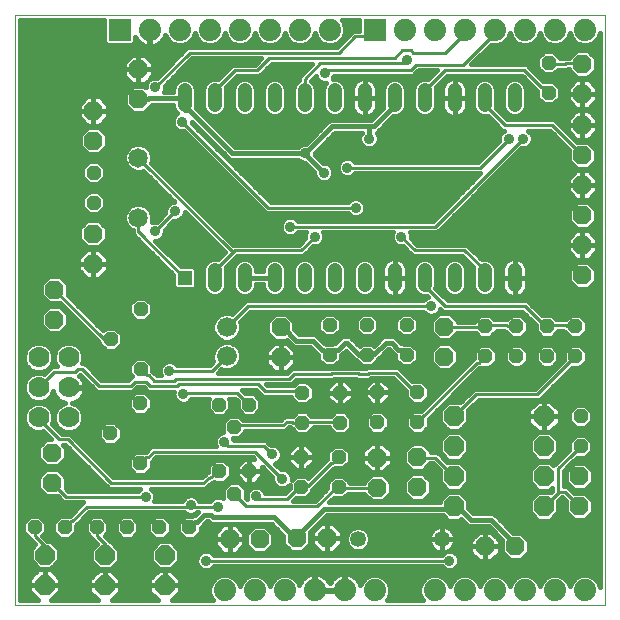
<source format=gbl>
G75*
G70*
%OFA0B0*%
%FSLAX24Y24*%
%IPPOS*%
%LPD*%
%AMOC8*
5,1,8,0,0,1.08239X$1,22.5*
%
%ADD10C,0.0000*%
%ADD11OC8,0.0480*%
%ADD12C,0.0650*%
%ADD13OC8,0.0630*%
%ADD14OC8,0.0660*%
%ADD15C,0.0700*%
%ADD16C,0.0660*%
%ADD17C,0.0531*%
%ADD18OC8,0.0680*%
%ADD19R,0.0740X0.0740*%
%ADD20C,0.0740*%
%ADD21R,0.0480X0.0480*%
%ADD22C,0.0480*%
%ADD23C,0.0100*%
%ADD24C,0.0360*%
%ADD25C,0.0160*%
%ADD26C,0.0150*%
D10*
X000750Y004151D02*
X000750Y023836D01*
X020435Y023836D01*
X020435Y004151D01*
X000750Y004151D01*
D11*
X001410Y006751D03*
X002410Y006751D03*
X003490Y006751D03*
X004490Y006751D03*
X005570Y006751D03*
X006570Y006751D03*
X008070Y007871D03*
X007570Y008621D03*
X008570Y008621D03*
X008060Y010091D03*
X007560Y010841D03*
X008560Y010841D03*
X010330Y011231D03*
X010330Y010231D03*
X010290Y009091D03*
X010290Y008091D03*
X011550Y008091D03*
X011550Y009091D03*
X011590Y010231D03*
X011590Y011231D03*
X012830Y011251D03*
X012830Y010251D03*
X014170Y010251D03*
X014170Y011251D03*
X013810Y012491D03*
X013810Y013491D03*
X012490Y013491D03*
X012490Y012491D03*
X011250Y012491D03*
X011250Y013491D03*
X016430Y013451D03*
X016430Y012451D03*
X017470Y012451D03*
X017470Y013451D03*
X018490Y013451D03*
X019440Y013451D03*
X019440Y012451D03*
X018490Y012451D03*
X019610Y010451D03*
X019610Y009451D03*
X018550Y021231D03*
X018550Y022231D03*
X004950Y014021D03*
X003950Y013021D03*
X004950Y012021D03*
X004930Y010881D03*
X003930Y009881D03*
X004930Y008881D03*
X003380Y017571D03*
X003380Y018571D03*
D12*
X004870Y019071D03*
X004870Y017071D03*
D13*
X003360Y016531D03*
X003360Y015531D03*
X002070Y014671D03*
X002070Y013671D03*
X001990Y009231D03*
X001990Y008231D03*
X007910Y006351D03*
X008910Y006351D03*
X010150Y006391D03*
X011150Y006391D03*
X012830Y008071D03*
X012830Y009071D03*
X014170Y009091D03*
X014170Y008091D03*
X016430Y006111D03*
X017430Y006111D03*
X019570Y007451D03*
X019570Y008451D03*
X015070Y012431D03*
X015070Y013431D03*
X019670Y015151D03*
X019670Y016151D03*
X019670Y017151D03*
X019670Y018151D03*
X019670Y019151D03*
X019670Y020151D03*
X019670Y021191D03*
X019670Y022191D03*
X009610Y013411D03*
X009610Y012411D03*
X003370Y019631D03*
X003370Y020631D03*
X004870Y021011D03*
X004870Y022011D03*
D14*
X005750Y005814D03*
X005750Y004814D03*
X003750Y004814D03*
X003750Y005814D03*
X001750Y005837D03*
X001750Y004837D03*
D15*
X001550Y010411D03*
X001550Y011411D03*
X001550Y012411D03*
X002550Y012411D03*
X002550Y011411D03*
X002550Y010411D03*
D16*
X007810Y012451D03*
X007810Y013411D03*
D17*
X012190Y006351D03*
X014990Y006351D03*
D18*
X015390Y007451D03*
X015390Y008451D03*
X015390Y009451D03*
X015390Y010451D03*
X018390Y010451D03*
X018390Y009451D03*
X018390Y008451D03*
X018390Y007451D03*
D19*
X012750Y023336D03*
X004250Y023336D03*
D20*
X005250Y023336D03*
X006250Y023336D03*
X007250Y023336D03*
X008250Y023336D03*
X009250Y023336D03*
X010250Y023336D03*
X011250Y023336D03*
X013750Y023336D03*
X014750Y023336D03*
X015750Y023336D03*
X016750Y023336D03*
X017750Y023336D03*
X018750Y023336D03*
X019750Y023336D03*
X019750Y004651D03*
X018750Y004651D03*
X017750Y004651D03*
X016750Y004651D03*
X015750Y004651D03*
X014750Y004651D03*
X012750Y004651D03*
X011750Y004651D03*
X010750Y004651D03*
X009750Y004651D03*
X008750Y004651D03*
X007750Y004651D03*
D21*
X006410Y015071D03*
D22*
X007410Y014831D02*
X007410Y015311D01*
X008410Y015311D02*
X008410Y014831D01*
X009410Y014831D02*
X009410Y015311D01*
X010410Y015311D02*
X010410Y014831D01*
X011410Y014831D02*
X011410Y015311D01*
X012410Y015311D02*
X012410Y014831D01*
X013410Y014831D02*
X013410Y015311D01*
X014410Y015311D02*
X014410Y014831D01*
X015410Y014831D02*
X015410Y015311D01*
X016410Y015311D02*
X016410Y014831D01*
X017410Y014831D02*
X017410Y015311D01*
X017410Y020831D02*
X017410Y021311D01*
X016410Y021311D02*
X016410Y020831D01*
X015410Y020831D02*
X015410Y021311D01*
X014410Y021311D02*
X014410Y020831D01*
X013410Y020831D02*
X013410Y021311D01*
X012410Y021311D02*
X012410Y020831D01*
X011410Y020831D02*
X011410Y021311D01*
X010410Y021311D02*
X010410Y020831D01*
X009410Y020831D02*
X009410Y021311D01*
X008410Y021311D02*
X008410Y020831D01*
X007410Y020831D02*
X007410Y021311D01*
X006410Y021311D02*
X006410Y020831D01*
D23*
X006330Y020271D02*
X009200Y017401D01*
X012110Y017401D01*
X011840Y018741D02*
X016260Y018741D01*
X017210Y019691D01*
X017080Y020161D02*
X016410Y020831D01*
X016410Y021071D01*
X017080Y020161D02*
X018660Y020161D01*
X019670Y019151D01*
X017690Y019701D02*
X014760Y016771D01*
X009930Y016771D01*
X010290Y015981D02*
X008080Y015981D01*
X008025Y015926D01*
X007990Y015961D01*
X007980Y015961D01*
X004870Y019071D01*
X004870Y017071D02*
X004870Y016591D01*
X004880Y016591D01*
X006400Y015071D01*
X006410Y015071D01*
X007410Y015071D02*
X007410Y015311D01*
X008025Y015926D01*
X008520Y014121D02*
X014630Y014121D01*
X015100Y014121D02*
X017750Y014121D01*
X018390Y013481D01*
X018450Y013481D01*
X018490Y013451D01*
X018530Y013491D01*
X019110Y013491D01*
X019150Y013451D01*
X019440Y013451D01*
X019440Y012451D02*
X018170Y011181D01*
X016130Y011181D01*
X015400Y010451D01*
X015390Y010451D01*
X014170Y010251D02*
X016160Y012241D01*
X016220Y012241D01*
X016430Y012451D01*
X016400Y013411D02*
X016430Y013451D01*
X016470Y013491D01*
X017140Y013491D01*
X017180Y013451D01*
X017470Y013451D01*
X016400Y013411D02*
X015090Y013411D01*
X015070Y013431D01*
X015100Y014121D02*
X014570Y014651D01*
X014410Y014651D01*
X014410Y015071D01*
X014090Y015981D02*
X015740Y015981D01*
X016410Y015311D01*
X016410Y015071D01*
X014090Y015981D02*
X013630Y016441D01*
X010750Y016441D02*
X010290Y015981D01*
X008520Y014121D02*
X007810Y013411D01*
X007810Y012451D02*
X007320Y011961D01*
X005900Y011961D01*
X006140Y011701D02*
X006070Y011631D01*
X005400Y011631D01*
X005220Y011811D01*
X005160Y011811D01*
X004950Y012021D01*
X005120Y011601D02*
X004750Y011601D01*
X004610Y011461D01*
X003560Y011461D01*
X002990Y012031D01*
X002860Y012031D01*
X002760Y011931D01*
X002070Y011931D01*
X001550Y011411D01*
X001550Y010411D02*
X001550Y010371D01*
X002240Y009681D01*
X002510Y009681D01*
X003960Y008231D01*
X007040Y008231D01*
X007240Y008391D01*
X007280Y008411D01*
X007570Y008621D01*
X008070Y007871D02*
X008230Y007681D01*
X008260Y007661D01*
X008470Y007451D01*
X010840Y007451D01*
X011480Y008091D01*
X011550Y008091D01*
X011580Y008051D01*
X012810Y008051D01*
X012830Y008071D01*
X011550Y009091D02*
X011340Y008881D01*
X011280Y008881D01*
X010520Y008121D01*
X010330Y008121D01*
X010290Y008091D01*
X010220Y008091D01*
X009830Y007701D01*
X008880Y007701D01*
X008800Y007781D01*
X009660Y008371D02*
X008760Y009271D01*
X005380Y009271D01*
X005190Y009081D01*
X005130Y009081D01*
X004930Y008881D01*
X005110Y007771D02*
X002450Y007771D01*
X001990Y008231D01*
X003160Y007441D02*
X006620Y007441D01*
X006620Y007491D01*
X006620Y007441D02*
X007520Y007441D01*
X007120Y005641D02*
X015240Y005641D01*
X015390Y008451D02*
X015100Y008741D01*
X015090Y008741D01*
X014760Y009071D01*
X014190Y009071D01*
X014170Y009091D01*
X014170Y011251D02*
X014100Y011251D01*
X013450Y011901D01*
X012560Y011901D01*
X012520Y011861D01*
X012220Y011861D01*
X012200Y011881D01*
X011320Y011881D01*
X011300Y011861D01*
X010060Y011861D01*
X009900Y011701D01*
X006140Y011701D01*
X006220Y011521D02*
X006150Y011451D01*
X005270Y011451D01*
X005120Y011601D01*
X006220Y011521D02*
X008860Y011521D01*
X009090Y011291D01*
X010270Y011291D01*
X010330Y011231D01*
X010360Y010271D02*
X010330Y010231D01*
X010040Y010231D01*
X010000Y010271D01*
X009820Y010271D01*
X009700Y010151D01*
X008200Y010151D01*
X008060Y010091D01*
X007730Y009601D02*
X007870Y009461D01*
X009050Y009461D01*
X009330Y009181D01*
X010360Y010271D02*
X011550Y010271D01*
X011590Y010231D01*
X008560Y010841D02*
X008550Y010841D01*
X008160Y011231D01*
X006400Y011231D01*
X006360Y011191D01*
X003950Y013021D02*
X003720Y013021D01*
X002070Y014671D01*
X005430Y016621D02*
X006090Y017281D01*
X007410Y021071D02*
X007410Y021311D01*
X008080Y021981D01*
X008820Y021981D01*
X009230Y022391D01*
X013410Y022391D01*
X013670Y022651D01*
X013950Y022651D01*
X014030Y022571D01*
X015090Y022571D01*
X015580Y023061D01*
X015750Y023061D01*
X015750Y023336D01*
X016580Y023061D02*
X015690Y022171D01*
X014130Y022171D01*
X013950Y021991D01*
X011190Y021991D01*
X011080Y021881D01*
X010940Y022211D02*
X010420Y021691D01*
X010420Y021071D01*
X010410Y021071D01*
X010940Y022211D02*
X013700Y022211D01*
X013810Y022321D01*
X014410Y021311D02*
X014410Y021071D01*
X014410Y021311D02*
X015090Y021991D01*
X017730Y021991D01*
X018290Y021431D01*
X018350Y021431D01*
X018550Y021231D01*
X018590Y022191D02*
X019090Y022191D01*
X019110Y022211D01*
X019650Y022211D01*
X019670Y022191D01*
X018590Y022191D02*
X018550Y022231D01*
X016750Y023061D02*
X016580Y023061D01*
X016750Y023061D02*
X016750Y023336D01*
X012750Y023331D02*
X012750Y023336D01*
X012750Y023331D02*
X012530Y023111D01*
X012100Y023111D01*
X011560Y022571D01*
X006580Y022571D01*
X005430Y021421D01*
X003160Y007441D02*
X002670Y006951D01*
X002610Y006951D01*
X002410Y006751D01*
X001750Y006121D02*
X001750Y005837D01*
X001750Y006121D02*
X001410Y006461D01*
X001410Y006751D01*
X003490Y006751D02*
X003490Y006461D01*
X003790Y006161D01*
X003790Y005821D01*
X003750Y005821D01*
X003750Y005814D01*
X018390Y007451D02*
X018420Y007451D01*
X018840Y007871D01*
X018860Y007871D01*
X018860Y007941D01*
X019080Y007941D01*
X019570Y007451D01*
X018860Y007941D02*
X018860Y008711D01*
X019290Y009141D01*
X019300Y009141D01*
X019610Y009451D01*
D24*
X015240Y005641D03*
X009660Y008371D03*
X009330Y009181D03*
X008800Y007781D03*
X007520Y007441D03*
X006620Y007491D03*
X005110Y007771D03*
X007120Y005641D03*
X007730Y009601D03*
X006360Y011191D03*
X005900Y011961D03*
X006680Y013051D03*
X005430Y016621D03*
X006090Y017281D03*
X007430Y017961D03*
X008380Y019851D03*
X006330Y020271D03*
X005430Y021421D03*
X009930Y016771D03*
X010750Y016441D03*
X012110Y017401D03*
X011050Y018571D03*
X011840Y018741D03*
X012560Y019701D03*
X011080Y021881D03*
X010440Y019221D03*
X013630Y016441D03*
X014250Y017181D03*
X014630Y014121D03*
X017210Y019691D03*
X017690Y019701D03*
X013810Y022321D03*
D25*
X014209Y021981D02*
X014140Y021912D01*
X014029Y021801D01*
X011393Y021801D01*
X011351Y021700D01*
X011343Y021691D01*
X011486Y021691D01*
X011625Y021633D01*
X011732Y021526D01*
X011790Y021387D01*
X011790Y020755D01*
X011732Y020616D01*
X011625Y020509D01*
X011486Y020451D01*
X011334Y020451D01*
X011195Y020509D01*
X011088Y020616D01*
X011030Y020755D01*
X011030Y021387D01*
X011088Y021526D01*
X011123Y021561D01*
X011016Y021561D01*
X010899Y021610D01*
X010809Y021700D01*
X010776Y021778D01*
X010628Y021630D01*
X010732Y021526D01*
X010790Y021387D01*
X010790Y020755D01*
X010732Y020616D01*
X010625Y020509D01*
X010486Y020451D01*
X010334Y020451D01*
X010195Y020509D01*
X010088Y020616D01*
X010030Y020755D01*
X010030Y021387D01*
X010088Y021526D01*
X010195Y021633D01*
X010230Y021648D01*
X010230Y021770D01*
X010341Y021881D01*
X010661Y022201D01*
X009309Y022201D01*
X009010Y021902D01*
X008899Y021791D01*
X008159Y021791D01*
X007780Y021412D01*
X007790Y021387D01*
X007790Y020755D01*
X007732Y020616D01*
X007625Y020509D01*
X007486Y020451D01*
X007334Y020451D01*
X007195Y020509D01*
X007088Y020616D01*
X007030Y020755D01*
X007030Y021387D01*
X007088Y021526D01*
X007195Y021633D01*
X007334Y021691D01*
X007486Y021691D01*
X007511Y021681D01*
X008001Y022171D01*
X008741Y022171D01*
X008951Y022381D01*
X006659Y022381D01*
X005750Y021472D01*
X005750Y021357D01*
X005712Y021266D01*
X006030Y021266D01*
X006030Y021387D01*
X006088Y021526D01*
X006195Y021633D01*
X006334Y021691D01*
X006486Y021691D01*
X006625Y021633D01*
X006732Y021526D01*
X006790Y021387D01*
X006790Y020755D01*
X006784Y020741D01*
X008089Y019436D01*
X010202Y019436D01*
X010259Y019492D01*
X010376Y019541D01*
X010456Y019541D01*
X011125Y020210D01*
X011251Y020336D01*
X012631Y020336D01*
X013036Y020741D01*
X013030Y020755D01*
X013030Y021387D01*
X013088Y021526D01*
X013195Y021633D01*
X013334Y021691D01*
X013486Y021691D01*
X013625Y021633D01*
X013732Y021526D01*
X013790Y021387D01*
X013790Y020755D01*
X013732Y020616D01*
X013625Y020509D01*
X013486Y020451D01*
X013354Y020451D01*
X012809Y019906D01*
X012808Y019906D01*
X012831Y019882D01*
X012880Y019765D01*
X012880Y019637D01*
X012831Y019520D01*
X012741Y019430D01*
X012624Y019381D01*
X012496Y019381D01*
X012379Y019430D01*
X012289Y019520D01*
X012240Y019637D01*
X012240Y019765D01*
X012289Y019882D01*
X012312Y019906D01*
X011429Y019906D01*
X010760Y019237D01*
X010760Y019165D01*
X011034Y018891D01*
X011114Y018891D01*
X011231Y018842D01*
X011321Y018752D01*
X011370Y018635D01*
X011370Y018507D01*
X011321Y018390D01*
X011231Y018300D01*
X011114Y018251D01*
X010986Y018251D01*
X010869Y018300D01*
X010779Y018390D01*
X010730Y018507D01*
X010730Y018587D01*
X010416Y018901D01*
X010376Y018901D01*
X010259Y018950D01*
X010202Y019006D01*
X007911Y019006D01*
X007785Y019132D01*
X006650Y020267D01*
X006650Y020220D01*
X009279Y017591D01*
X011847Y017591D01*
X011929Y017672D01*
X012046Y017721D01*
X012174Y017721D01*
X012291Y017672D01*
X012381Y017582D01*
X012430Y017465D01*
X015185Y017465D01*
X015027Y017307D02*
X012417Y017307D01*
X012430Y017337D02*
X012430Y017465D01*
X012430Y017337D02*
X012381Y017220D01*
X012291Y017130D01*
X012174Y017081D01*
X012046Y017081D01*
X011929Y017130D01*
X011847Y017211D01*
X009121Y017211D01*
X009010Y017322D01*
X006381Y019951D01*
X006266Y019951D01*
X006149Y020000D01*
X006059Y020090D01*
X006010Y020207D01*
X006010Y020335D01*
X006059Y020452D01*
X006149Y020542D01*
X006158Y020546D01*
X006088Y020616D01*
X006030Y020755D01*
X006030Y020836D01*
X005329Y020836D01*
X005325Y020832D01*
X005325Y020823D01*
X005058Y020556D01*
X004682Y020556D01*
X004415Y020823D01*
X004415Y021199D01*
X004682Y021466D01*
X005058Y021466D01*
X005110Y021414D01*
X005110Y021485D01*
X005157Y021598D01*
X005075Y021516D01*
X004870Y021516D01*
X004870Y022011D01*
X004870Y022011D01*
X004870Y022506D01*
X005075Y022506D01*
X005365Y022216D01*
X005365Y022011D01*
X004870Y022011D01*
X004870Y022506D01*
X004665Y022506D01*
X004375Y022216D01*
X004375Y022011D01*
X004870Y022011D01*
X004870Y022011D01*
X004870Y022011D01*
X005365Y022011D01*
X005365Y021806D01*
X005253Y021694D01*
X005366Y021741D01*
X005481Y021741D01*
X006501Y022761D01*
X011481Y022761D01*
X012021Y023301D01*
X012240Y023301D01*
X012240Y023656D01*
X011651Y023656D01*
X011682Y023625D01*
X011760Y023437D01*
X011760Y023235D01*
X011682Y023047D01*
X011539Y022904D01*
X011351Y022826D01*
X011149Y022826D01*
X010961Y022904D01*
X010818Y023047D01*
X010750Y023210D01*
X010682Y023047D01*
X010539Y022904D01*
X010351Y022826D01*
X010149Y022826D01*
X009961Y022904D01*
X009818Y023047D01*
X009750Y023210D01*
X009682Y023047D01*
X009539Y022904D01*
X009351Y022826D01*
X009149Y022826D01*
X008961Y022904D01*
X008818Y023047D01*
X008750Y023210D01*
X008682Y023047D01*
X008539Y022904D01*
X008351Y022826D01*
X008149Y022826D01*
X007961Y022904D01*
X007818Y023047D01*
X007750Y023210D01*
X007682Y023047D01*
X007539Y022904D01*
X007351Y022826D01*
X007149Y022826D01*
X006961Y022904D01*
X006818Y023047D01*
X006750Y023210D01*
X006682Y023047D01*
X006539Y022904D01*
X006351Y022826D01*
X006149Y022826D01*
X005961Y022904D01*
X005818Y023047D01*
X005771Y023160D01*
X005760Y023125D01*
X005720Y023048D01*
X005670Y022978D01*
X005608Y022917D01*
X005538Y022866D01*
X005461Y022826D01*
X005379Y022800D01*
X005293Y022786D01*
X005270Y022786D01*
X005270Y023316D01*
X005230Y023316D01*
X005230Y022786D01*
X005207Y022786D01*
X005121Y022800D01*
X005039Y022826D01*
X004962Y022866D01*
X004892Y022917D01*
X004830Y022978D01*
X004780Y023048D01*
X004760Y023086D01*
X004760Y022908D01*
X004678Y022826D01*
X003822Y022826D01*
X003740Y022908D01*
X003740Y023656D01*
X000930Y023656D01*
X000930Y004331D01*
X001535Y004331D01*
X001240Y004626D01*
X001240Y004837D01*
X001750Y004837D01*
X001750Y004837D01*
X001750Y004837D01*
X002260Y004837D01*
X002260Y004626D01*
X001965Y004331D01*
X003511Y004331D01*
X003240Y004602D01*
X003240Y004814D01*
X003750Y004814D01*
X003750Y005324D01*
X003539Y005324D01*
X003240Y005025D01*
X003240Y004814D01*
X003750Y004814D01*
X003750Y004814D01*
X003750Y005324D01*
X003961Y005324D01*
X004260Y005025D01*
X004260Y004814D01*
X003750Y004814D01*
X003750Y004814D01*
X003750Y004814D01*
X004260Y004814D01*
X004260Y004602D01*
X003989Y004331D01*
X005511Y004331D01*
X005240Y004602D01*
X005240Y004814D01*
X005750Y004814D01*
X005750Y005324D01*
X005539Y005324D01*
X005240Y005025D01*
X005240Y004814D01*
X005750Y004814D01*
X005750Y004814D01*
X005750Y005324D01*
X005961Y005324D01*
X006260Y005025D01*
X006260Y004814D01*
X005750Y004814D01*
X005750Y004814D01*
X005750Y004814D01*
X006260Y004814D01*
X006260Y004602D01*
X005989Y004331D01*
X007349Y004331D01*
X007318Y004362D01*
X007240Y004550D01*
X007240Y004752D01*
X007318Y004940D01*
X007461Y005083D01*
X007649Y005161D01*
X007851Y005161D01*
X008039Y005083D01*
X008182Y004940D01*
X008250Y004777D01*
X008318Y004940D01*
X008461Y005083D01*
X008649Y005161D01*
X008851Y005161D01*
X009039Y005083D01*
X009182Y004940D01*
X009250Y004777D01*
X009318Y004940D01*
X009461Y005083D01*
X009649Y005161D01*
X009851Y005161D01*
X010039Y005083D01*
X010182Y004940D01*
X010229Y004827D01*
X010240Y004862D01*
X010280Y004939D01*
X010330Y005009D01*
X010392Y005071D01*
X010462Y005121D01*
X010539Y005161D01*
X010621Y005187D01*
X010707Y005201D01*
X010730Y005201D01*
X010730Y004671D01*
X010770Y004671D01*
X010770Y005201D01*
X010793Y005201D01*
X010879Y005187D01*
X010961Y005161D01*
X011038Y005121D01*
X011108Y005071D01*
X011170Y005009D01*
X011220Y004939D01*
X011250Y004881D01*
X011280Y004939D01*
X011330Y005009D01*
X011392Y005071D01*
X011462Y005121D01*
X011539Y005161D01*
X011621Y005187D01*
X011707Y005201D01*
X011730Y005201D01*
X011730Y004671D01*
X011770Y004671D01*
X011770Y005201D01*
X011793Y005201D01*
X011879Y005187D01*
X011961Y005161D01*
X012038Y005121D01*
X012108Y005071D01*
X012170Y005009D01*
X012220Y004939D01*
X012260Y004862D01*
X012271Y004827D01*
X012318Y004940D01*
X012461Y005083D01*
X012649Y005161D01*
X012851Y005161D01*
X013039Y005083D01*
X013182Y004940D01*
X013260Y004752D01*
X013260Y004550D01*
X013182Y004362D01*
X013151Y004331D01*
X014349Y004331D01*
X014318Y004362D01*
X014240Y004550D01*
X014240Y004752D01*
X014318Y004940D01*
X014461Y005083D01*
X014649Y005161D01*
X014851Y005161D01*
X015039Y005083D01*
X015182Y004940D01*
X015250Y004777D01*
X015318Y004940D01*
X015461Y005083D01*
X015649Y005161D01*
X015851Y005161D01*
X016039Y005083D01*
X016182Y004940D01*
X016250Y004777D01*
X016318Y004940D01*
X016461Y005083D01*
X016649Y005161D01*
X016851Y005161D01*
X017039Y005083D01*
X017182Y004940D01*
X017250Y004777D01*
X017318Y004940D01*
X017461Y005083D01*
X017649Y005161D01*
X017851Y005161D01*
X018039Y005083D01*
X018182Y004940D01*
X018250Y004777D01*
X018318Y004940D01*
X018461Y005083D01*
X018649Y005161D01*
X018851Y005161D01*
X019039Y005083D01*
X019182Y004940D01*
X019250Y004777D01*
X019318Y004940D01*
X019461Y005083D01*
X019649Y005161D01*
X019851Y005161D01*
X020039Y005083D01*
X020182Y004940D01*
X020255Y004764D01*
X020255Y023223D01*
X020182Y023047D01*
X020039Y022904D01*
X019851Y022826D01*
X019649Y022826D01*
X019461Y022904D01*
X019318Y023047D01*
X019250Y023210D01*
X019182Y023047D01*
X019039Y022904D01*
X018851Y022826D01*
X018649Y022826D01*
X018461Y022904D01*
X018318Y023047D01*
X018250Y023210D01*
X018182Y023047D01*
X018039Y022904D01*
X017851Y022826D01*
X017649Y022826D01*
X017461Y022904D01*
X017318Y023047D01*
X017250Y023210D01*
X017182Y023047D01*
X017039Y022904D01*
X016851Y022826D01*
X016649Y022826D01*
X016624Y022836D01*
X015969Y022181D01*
X017809Y022181D01*
X017920Y022070D01*
X018369Y021621D01*
X018429Y021621D01*
X018439Y021611D01*
X018707Y021611D01*
X018930Y021388D01*
X018930Y021074D01*
X018707Y020851D01*
X018393Y020851D01*
X018170Y021074D01*
X018170Y021282D01*
X017651Y021801D01*
X015169Y021801D01*
X014780Y021412D01*
X014790Y021387D01*
X014790Y020755D01*
X014732Y020616D01*
X014625Y020509D01*
X014486Y020451D01*
X014334Y020451D01*
X014195Y020509D01*
X014088Y020616D01*
X014030Y020755D01*
X014030Y021387D01*
X014088Y021526D01*
X014195Y021633D01*
X014334Y021691D01*
X014486Y021691D01*
X014511Y021681D01*
X014811Y021981D01*
X014209Y021981D01*
X014131Y021903D02*
X014733Y021903D01*
X014575Y021745D02*
X011370Y021745D01*
X011047Y021428D02*
X010773Y021428D01*
X010790Y021269D02*
X011030Y021269D01*
X011030Y021111D02*
X010790Y021111D01*
X010790Y020952D02*
X011030Y020952D01*
X011030Y020794D02*
X010790Y020794D01*
X010740Y020635D02*
X011080Y020635D01*
X011273Y020477D02*
X010547Y020477D01*
X010273Y020477D02*
X009547Y020477D01*
X009486Y020451D02*
X009625Y020509D01*
X009732Y020616D01*
X009790Y020755D01*
X009790Y021387D01*
X009732Y021526D01*
X009625Y021633D01*
X009486Y021691D01*
X009334Y021691D01*
X009195Y021633D01*
X009088Y021526D01*
X009030Y021387D01*
X009030Y020755D01*
X009088Y020616D01*
X009195Y020509D01*
X009334Y020451D01*
X009486Y020451D01*
X009273Y020477D02*
X008547Y020477D01*
X008486Y020451D02*
X008625Y020509D01*
X008732Y020616D01*
X008790Y020755D01*
X008790Y021387D01*
X008732Y021526D01*
X008625Y021633D01*
X008486Y021691D01*
X008334Y021691D01*
X008195Y021633D01*
X008088Y021526D01*
X008030Y021387D01*
X008030Y020755D01*
X008088Y020616D01*
X008195Y020509D01*
X008334Y020451D01*
X008486Y020451D01*
X008273Y020477D02*
X007547Y020477D01*
X007740Y020635D02*
X008080Y020635D01*
X008030Y020794D02*
X007790Y020794D01*
X007790Y020952D02*
X008030Y020952D01*
X008030Y021111D02*
X007790Y021111D01*
X007790Y021269D02*
X008030Y021269D01*
X008047Y021428D02*
X007795Y021428D01*
X007954Y021586D02*
X008148Y021586D01*
X008112Y021745D02*
X010230Y021745D01*
X010148Y021586D02*
X009672Y021586D01*
X009773Y021428D02*
X010047Y021428D01*
X010030Y021269D02*
X009790Y021269D01*
X009790Y021111D02*
X010030Y021111D01*
X010030Y020952D02*
X009790Y020952D01*
X009790Y020794D02*
X010030Y020794D01*
X010080Y020635D02*
X009740Y020635D01*
X009080Y020635D02*
X008740Y020635D01*
X008790Y020794D02*
X009030Y020794D01*
X009030Y020952D02*
X008790Y020952D01*
X008790Y021111D02*
X009030Y021111D01*
X009030Y021269D02*
X008790Y021269D01*
X008773Y021428D02*
X009047Y021428D01*
X009148Y021586D02*
X008672Y021586D01*
X009011Y021903D02*
X010363Y021903D01*
X010522Y022062D02*
X009169Y022062D01*
X008949Y022379D02*
X006656Y022379D01*
X006498Y022220D02*
X008790Y022220D01*
X009081Y022854D02*
X008419Y022854D01*
X008648Y023013D02*
X008852Y023013D01*
X008766Y023171D02*
X008734Y023171D01*
X008081Y022854D02*
X007419Y022854D01*
X007648Y023013D02*
X007852Y023013D01*
X007766Y023171D02*
X007734Y023171D01*
X007081Y022854D02*
X006419Y022854D01*
X006436Y022696D02*
X000930Y022696D01*
X000930Y022854D02*
X003794Y022854D01*
X003740Y023013D02*
X000930Y023013D01*
X000930Y023171D02*
X003740Y023171D01*
X003740Y023330D02*
X000930Y023330D01*
X000930Y023488D02*
X003740Y023488D01*
X003740Y023647D02*
X000930Y023647D01*
X000930Y022537D02*
X006277Y022537D01*
X006119Y022379D02*
X005203Y022379D01*
X005361Y022220D02*
X005960Y022220D01*
X005802Y022062D02*
X005365Y022062D01*
X005365Y021903D02*
X005643Y021903D01*
X005485Y021745D02*
X005304Y021745D01*
X005152Y021586D02*
X005145Y021586D01*
X005110Y021428D02*
X005097Y021428D01*
X004870Y021516D02*
X004870Y022011D01*
X004375Y022011D01*
X004375Y021806D01*
X004665Y021516D01*
X004870Y021516D01*
X004870Y021586D02*
X004870Y021586D01*
X004870Y021745D02*
X004870Y021745D01*
X004870Y021903D02*
X004870Y021903D01*
X004870Y022011D02*
X004870Y022011D01*
X004870Y022062D02*
X004870Y022062D01*
X004870Y022220D02*
X004870Y022220D01*
X004870Y022379D02*
X004870Y022379D01*
X004537Y022379D02*
X000930Y022379D01*
X000930Y022220D02*
X004379Y022220D01*
X004375Y022062D02*
X000930Y022062D01*
X000930Y021903D02*
X004375Y021903D01*
X004436Y021745D02*
X000930Y021745D01*
X000930Y021586D02*
X004595Y021586D01*
X004643Y021428D02*
X000930Y021428D01*
X000930Y021269D02*
X004485Y021269D01*
X004415Y021111D02*
X003591Y021111D01*
X003575Y021126D02*
X003370Y021126D01*
X003370Y020631D01*
X003370Y020631D01*
X003370Y021126D01*
X003165Y021126D01*
X002875Y020836D01*
X002875Y020631D01*
X003370Y020631D01*
X003865Y020631D01*
X003865Y020836D01*
X003575Y021126D01*
X003370Y021111D02*
X003370Y021111D01*
X003370Y020952D02*
X003370Y020952D01*
X003370Y020794D02*
X003370Y020794D01*
X003370Y020635D02*
X003370Y020635D01*
X003370Y020631D02*
X003370Y020631D01*
X003370Y020631D01*
X003865Y020631D01*
X003865Y020426D01*
X003575Y020136D01*
X003370Y020136D01*
X003370Y020631D01*
X002875Y020631D01*
X002875Y020426D01*
X003165Y020136D01*
X003370Y020136D01*
X003370Y020631D01*
X003370Y020631D01*
X003370Y020477D02*
X003370Y020477D01*
X003370Y020318D02*
X003370Y020318D01*
X003370Y020160D02*
X003370Y020160D01*
X003558Y020086D02*
X003182Y020086D01*
X002915Y019819D01*
X002915Y019443D01*
X003182Y019176D01*
X003558Y019176D01*
X003825Y019443D01*
X003825Y019819D01*
X003558Y020086D01*
X003599Y020160D02*
X006030Y020160D01*
X006010Y020318D02*
X003757Y020318D01*
X003865Y020477D02*
X006083Y020477D01*
X006080Y020635D02*
X005137Y020635D01*
X005296Y020794D02*
X006030Y020794D01*
X006030Y021269D02*
X005713Y021269D01*
X005750Y021428D02*
X006047Y021428D01*
X006148Y021586D02*
X005864Y021586D01*
X006022Y021745D02*
X007575Y021745D01*
X007733Y021903D02*
X006181Y021903D01*
X006339Y022062D02*
X007892Y022062D01*
X007148Y021586D02*
X006672Y021586D01*
X006773Y021428D02*
X007047Y021428D01*
X007030Y021269D02*
X006790Y021269D01*
X006790Y021111D02*
X007030Y021111D01*
X007030Y020952D02*
X006790Y020952D01*
X006790Y020794D02*
X007030Y020794D01*
X007080Y020635D02*
X006890Y020635D01*
X007049Y020477D02*
X007273Y020477D01*
X007207Y020318D02*
X011233Y020318D01*
X011074Y020160D02*
X007366Y020160D01*
X007524Y020001D02*
X010916Y020001D01*
X010757Y019843D02*
X007683Y019843D01*
X007841Y019684D02*
X010599Y019684D01*
X010890Y019367D02*
X016617Y019367D01*
X016459Y019209D02*
X010760Y019209D01*
X010875Y019050D02*
X011750Y019050D01*
X011776Y019061D02*
X011659Y019012D01*
X011569Y018922D01*
X011520Y018805D01*
X011520Y018677D01*
X011569Y018560D01*
X011659Y018470D01*
X011776Y018421D01*
X011904Y018421D01*
X012021Y018470D01*
X012103Y018551D01*
X016271Y018551D01*
X014681Y016961D01*
X010193Y016961D01*
X010111Y017042D01*
X009994Y017091D01*
X009866Y017091D01*
X009749Y017042D01*
X009659Y016952D01*
X009610Y016835D01*
X009610Y016707D01*
X009659Y016590D01*
X009749Y016500D01*
X009866Y016451D01*
X009994Y016451D01*
X010111Y016500D01*
X010193Y016581D01*
X010462Y016581D01*
X010430Y016505D01*
X010430Y016390D01*
X010211Y016171D01*
X008039Y016171D01*
X005305Y018905D01*
X005335Y018978D01*
X005335Y019163D01*
X005264Y019334D01*
X005133Y019465D01*
X004962Y019536D01*
X004778Y019536D01*
X004607Y019465D01*
X004476Y019334D01*
X004405Y019163D01*
X004405Y018978D01*
X004476Y018808D01*
X004607Y018677D01*
X004778Y018606D01*
X004962Y018606D01*
X005036Y018636D01*
X006071Y017601D01*
X006026Y017601D01*
X005909Y017552D01*
X005819Y017462D01*
X005770Y017345D01*
X005770Y017230D01*
X005481Y016941D01*
X005366Y016941D01*
X005310Y016918D01*
X005335Y016978D01*
X005335Y017163D01*
X005264Y017334D01*
X005133Y017465D01*
X004962Y017536D01*
X004778Y017536D01*
X004607Y017465D01*
X004476Y017334D01*
X004405Y017163D01*
X004405Y016978D01*
X004476Y016808D01*
X004607Y016677D01*
X004680Y016646D01*
X004680Y016512D01*
X004791Y016401D01*
X004801Y016401D01*
X006030Y015172D01*
X006030Y014773D01*
X006112Y014691D01*
X006708Y014691D01*
X006790Y014773D01*
X006790Y015369D01*
X006708Y015451D01*
X006289Y015451D01*
X005439Y016301D01*
X005494Y016301D01*
X005611Y016350D01*
X005701Y016440D01*
X005750Y016557D01*
X005750Y016672D01*
X006039Y016961D01*
X006154Y016961D01*
X006271Y017010D01*
X006361Y017100D01*
X006410Y017217D01*
X006410Y017262D01*
X007751Y015921D01*
X007511Y015681D01*
X007486Y015691D01*
X007334Y015691D01*
X007195Y015633D01*
X007088Y015526D01*
X007030Y015387D01*
X007030Y014755D01*
X007088Y014616D01*
X007195Y014509D01*
X007334Y014451D01*
X007486Y014451D01*
X007625Y014509D01*
X007732Y014616D01*
X007790Y014755D01*
X007790Y015387D01*
X007780Y015412D01*
X008104Y015736D01*
X008159Y015791D01*
X010369Y015791D01*
X010480Y015902D01*
X010699Y016121D01*
X010814Y016121D01*
X010931Y016170D01*
X011021Y016260D01*
X011070Y016377D01*
X011070Y016505D01*
X011038Y016581D01*
X013342Y016581D01*
X013310Y016505D01*
X013310Y016377D01*
X013359Y016260D01*
X013449Y016170D01*
X013566Y016121D01*
X013681Y016121D01*
X013900Y015902D01*
X014011Y015791D01*
X015661Y015791D01*
X016040Y015412D01*
X016030Y015387D01*
X016030Y014755D01*
X016088Y014616D01*
X016195Y014509D01*
X016334Y014451D01*
X016486Y014451D01*
X016625Y014509D01*
X016732Y014616D01*
X016790Y014755D01*
X016790Y015387D01*
X016732Y015526D01*
X016625Y015633D01*
X016486Y015691D01*
X016334Y015691D01*
X016309Y015681D01*
X015819Y016171D01*
X014169Y016171D01*
X013950Y016390D01*
X013950Y016505D01*
X013918Y016581D01*
X014839Y016581D01*
X014950Y016692D01*
X017639Y019381D01*
X017754Y019381D01*
X017871Y019430D01*
X017961Y019520D01*
X018010Y019637D01*
X018010Y019765D01*
X017961Y019882D01*
X017873Y019971D01*
X018581Y019971D01*
X019215Y019337D01*
X019215Y018963D01*
X019482Y018696D01*
X019858Y018696D01*
X020125Y018963D01*
X020125Y019339D01*
X019858Y019606D01*
X019484Y019606D01*
X018850Y020240D01*
X018739Y020351D01*
X017159Y020351D01*
X016780Y020730D01*
X016790Y020755D01*
X016790Y021387D01*
X016732Y021526D01*
X016625Y021633D01*
X016486Y021691D01*
X016334Y021691D01*
X016195Y021633D01*
X016088Y021526D01*
X016030Y021387D01*
X016030Y020755D01*
X016088Y020616D01*
X016195Y020509D01*
X016334Y020451D01*
X016486Y020451D01*
X016511Y020461D01*
X017001Y019971D01*
X017050Y019971D01*
X017029Y019962D01*
X016939Y019872D01*
X016890Y019755D01*
X016890Y019640D01*
X016181Y018931D01*
X012103Y018931D01*
X012021Y019012D01*
X011904Y019061D01*
X011776Y019061D01*
X011930Y019050D02*
X016300Y019050D01*
X016136Y018416D02*
X011332Y018416D01*
X011370Y018575D02*
X011563Y018575D01*
X011520Y018733D02*
X011329Y018733D01*
X011556Y018892D02*
X011034Y018892D01*
X010730Y018575D02*
X008295Y018575D01*
X008137Y018733D02*
X010584Y018733D01*
X010425Y018892D02*
X007978Y018892D01*
X007867Y019050D02*
X007820Y019050D01*
X007708Y019209D02*
X007661Y019209D01*
X007550Y019367D02*
X007503Y019367D01*
X007391Y019526D02*
X007344Y019526D01*
X007233Y019684D02*
X007186Y019684D01*
X007074Y019843D02*
X007027Y019843D01*
X006916Y020001D02*
X006869Y020001D01*
X006757Y020160D02*
X006710Y020160D01*
X006490Y019843D02*
X003802Y019843D01*
X003825Y019684D02*
X006648Y019684D01*
X006807Y019526D02*
X004988Y019526D01*
X004752Y019526D02*
X003825Y019526D01*
X003749Y019367D02*
X004508Y019367D01*
X004424Y019209D02*
X003591Y019209D01*
X003537Y018951D02*
X003223Y018951D01*
X003000Y018728D01*
X003000Y018414D01*
X003223Y018191D01*
X003537Y018191D01*
X003760Y018414D01*
X003760Y018728D01*
X003537Y018951D01*
X003597Y018892D02*
X004441Y018892D01*
X004405Y019050D02*
X000930Y019050D01*
X000930Y018892D02*
X003163Y018892D01*
X003005Y018733D02*
X000930Y018733D01*
X000930Y018575D02*
X003000Y018575D01*
X003000Y018416D02*
X000930Y018416D01*
X000930Y018258D02*
X003156Y018258D01*
X003223Y017951D02*
X003000Y017728D01*
X003000Y017414D01*
X003223Y017191D01*
X003537Y017191D01*
X003760Y017414D01*
X003760Y017728D01*
X003537Y017951D01*
X003223Y017951D01*
X003212Y017941D02*
X000930Y017941D01*
X000930Y018099D02*
X005573Y018099D01*
X005415Y018258D02*
X003604Y018258D01*
X003760Y018416D02*
X005256Y018416D01*
X005098Y018575D02*
X003760Y018575D01*
X003755Y018733D02*
X004550Y018733D01*
X005232Y019367D02*
X006965Y019367D01*
X007124Y019209D02*
X005316Y019209D01*
X005335Y019050D02*
X007282Y019050D01*
X007441Y018892D02*
X005318Y018892D01*
X005477Y018733D02*
X007599Y018733D01*
X007758Y018575D02*
X005635Y018575D01*
X005794Y018416D02*
X007916Y018416D01*
X008075Y018258D02*
X005952Y018258D01*
X006111Y018099D02*
X008233Y018099D01*
X008392Y017941D02*
X006269Y017941D01*
X006428Y017782D02*
X008550Y017782D01*
X008709Y017624D02*
X006586Y017624D01*
X006745Y017465D02*
X008867Y017465D01*
X009026Y017307D02*
X006903Y017307D01*
X007062Y017148D02*
X011910Y017148D01*
X012310Y017148D02*
X014868Y017148D01*
X014710Y016990D02*
X010164Y016990D01*
X010126Y016514D02*
X010434Y016514D01*
X010396Y016356D02*
X007854Y016356D01*
X007696Y016514D02*
X009734Y016514D01*
X009624Y016673D02*
X007537Y016673D01*
X007379Y016831D02*
X009610Y016831D01*
X009696Y016990D02*
X007220Y016990D01*
X007000Y016673D02*
X005750Y016673D01*
X005732Y016514D02*
X007158Y016514D01*
X007317Y016356D02*
X005617Y016356D01*
X005543Y016197D02*
X007475Y016197D01*
X007634Y016039D02*
X005701Y016039D01*
X005860Y015880D02*
X007710Y015880D01*
X007552Y015722D02*
X006018Y015722D01*
X006177Y015563D02*
X007125Y015563D01*
X007037Y015405D02*
X006754Y015405D01*
X006790Y015246D02*
X007030Y015246D01*
X007030Y015088D02*
X006790Y015088D01*
X006790Y014929D02*
X007030Y014929D01*
X007030Y014771D02*
X006788Y014771D01*
X007092Y014612D02*
X002525Y014612D01*
X002525Y014485D02*
X002525Y014859D01*
X002258Y015126D01*
X001882Y015126D01*
X001615Y014859D01*
X001615Y014483D01*
X001882Y014216D01*
X002256Y014216D01*
X003530Y012942D01*
X003570Y012902D01*
X003570Y012864D01*
X003793Y012641D01*
X004107Y012641D01*
X004330Y012864D01*
X004330Y013178D01*
X004107Y013401D01*
X003793Y013401D01*
X003701Y013309D01*
X002525Y014485D01*
X002556Y014454D02*
X007328Y014454D01*
X007492Y014454D02*
X008328Y014454D01*
X008334Y014451D02*
X008486Y014451D01*
X008625Y014509D01*
X008732Y014616D01*
X008790Y014755D01*
X008790Y014856D01*
X009030Y014856D01*
X009030Y014755D01*
X009088Y014616D01*
X009195Y014509D01*
X009334Y014451D01*
X009486Y014451D01*
X009625Y014509D01*
X009732Y014616D01*
X009790Y014755D01*
X009790Y015387D01*
X009732Y015526D01*
X009625Y015633D01*
X009486Y015691D01*
X009334Y015691D01*
X009195Y015633D01*
X009088Y015526D01*
X009030Y015387D01*
X009030Y015286D01*
X008790Y015286D01*
X008790Y015387D01*
X008732Y015526D01*
X008625Y015633D01*
X008486Y015691D01*
X008334Y015691D01*
X008195Y015633D01*
X008088Y015526D01*
X008030Y015387D01*
X008030Y014755D01*
X008088Y014616D01*
X008195Y014509D01*
X008334Y014451D01*
X008492Y014454D02*
X009328Y014454D01*
X009492Y014454D02*
X010328Y014454D01*
X010334Y014451D02*
X010486Y014451D01*
X010625Y014509D01*
X010732Y014616D01*
X010790Y014755D01*
X010790Y015387D01*
X010732Y015526D01*
X010625Y015633D01*
X010486Y015691D01*
X010334Y015691D01*
X010195Y015633D01*
X010088Y015526D01*
X010030Y015387D01*
X010030Y014755D01*
X010088Y014616D01*
X010195Y014509D01*
X010334Y014451D01*
X010492Y014454D02*
X011328Y014454D01*
X011334Y014451D02*
X011486Y014451D01*
X011625Y014509D01*
X011732Y014616D01*
X011790Y014755D01*
X011790Y015387D01*
X011732Y015526D01*
X011625Y015633D01*
X011486Y015691D01*
X011334Y015691D01*
X011195Y015633D01*
X011088Y015526D01*
X011030Y015387D01*
X011030Y014755D01*
X011088Y014616D01*
X011195Y014509D01*
X011334Y014451D01*
X011492Y014454D02*
X012328Y014454D01*
X012334Y014451D02*
X012486Y014451D01*
X012625Y014509D01*
X012732Y014616D01*
X012790Y014755D01*
X012790Y015387D01*
X012732Y015526D01*
X012625Y015633D01*
X012486Y015691D01*
X012334Y015691D01*
X012195Y015633D01*
X012088Y015526D01*
X012030Y015387D01*
X012030Y014755D01*
X012088Y014616D01*
X012195Y014509D01*
X012334Y014451D01*
X012492Y014454D02*
X013226Y014454D01*
X013249Y014442D02*
X013312Y014421D01*
X013377Y014411D01*
X013410Y014411D01*
X013443Y014411D01*
X013508Y014421D01*
X013571Y014442D01*
X013630Y014472D01*
X013684Y014511D01*
X013730Y014557D01*
X013769Y014611D01*
X013799Y014670D01*
X013820Y014733D01*
X013830Y014798D01*
X013830Y015071D01*
X013830Y015344D01*
X013820Y015409D01*
X013799Y015472D01*
X013769Y015531D01*
X013730Y015585D01*
X013684Y015631D01*
X013630Y015670D01*
X013571Y015700D01*
X013508Y015721D01*
X013443Y015731D01*
X013410Y015731D01*
X013410Y015071D01*
X013410Y015071D01*
X013410Y015731D01*
X013377Y015731D01*
X013312Y015721D01*
X013249Y015700D01*
X013190Y015670D01*
X013136Y015631D01*
X013090Y015585D01*
X013051Y015531D01*
X013021Y015472D01*
X013000Y015409D01*
X012990Y015344D01*
X012990Y015071D01*
X013410Y015071D01*
X013830Y015071D01*
X013410Y015071D01*
X013410Y015071D01*
X013410Y015071D01*
X012990Y015071D01*
X012990Y014798D01*
X013000Y014733D01*
X013021Y014670D01*
X013051Y014611D01*
X013090Y014557D01*
X013136Y014511D01*
X013190Y014472D01*
X013249Y014442D01*
X013410Y014454D02*
X013410Y014454D01*
X013410Y014411D02*
X013410Y015071D01*
X013410Y015071D01*
X013410Y014411D01*
X013594Y014454D02*
X014328Y014454D01*
X014334Y014451D02*
X014486Y014451D01*
X014497Y014456D01*
X014527Y014425D01*
X014449Y014392D01*
X014367Y014311D01*
X008441Y014311D01*
X008330Y014200D01*
X007980Y013849D01*
X007903Y013881D01*
X007717Y013881D01*
X007544Y013809D01*
X007412Y013677D01*
X007340Y013504D01*
X007340Y013318D01*
X007412Y013145D01*
X007544Y013013D01*
X007717Y012941D01*
X007903Y012941D01*
X008076Y013013D01*
X008208Y013145D01*
X008280Y013318D01*
X008280Y013504D01*
X008248Y013581D01*
X008599Y013931D01*
X014367Y013931D01*
X014449Y013850D01*
X014566Y013801D01*
X014694Y013801D01*
X014811Y013850D01*
X014901Y013940D01*
X014934Y014018D01*
X015021Y013931D01*
X017671Y013931D01*
X018110Y013492D01*
X018110Y013294D01*
X018333Y013071D01*
X018647Y013071D01*
X018870Y013294D01*
X018870Y013301D01*
X019031Y013301D01*
X019071Y013261D01*
X019093Y013261D01*
X019283Y013071D01*
X019597Y013071D01*
X019820Y013294D01*
X019820Y013608D01*
X019597Y013831D01*
X019283Y013831D01*
X019133Y013681D01*
X018797Y013681D01*
X018647Y013831D01*
X018333Y013831D01*
X018321Y013819D01*
X017829Y014311D01*
X015179Y014311D01*
X014774Y014716D01*
X014790Y014755D01*
X014790Y015387D01*
X014732Y015526D01*
X014625Y015633D01*
X014486Y015691D01*
X014334Y015691D01*
X014195Y015633D01*
X014088Y015526D01*
X014030Y015387D01*
X014030Y014755D01*
X014088Y014616D01*
X014195Y014509D01*
X014334Y014451D01*
X014492Y014454D02*
X014499Y014454D01*
X014790Y014771D02*
X015030Y014771D01*
X015030Y014755D02*
X015088Y014616D01*
X015195Y014509D01*
X015334Y014451D01*
X015486Y014451D01*
X015625Y014509D01*
X015732Y014616D01*
X015790Y014755D01*
X015790Y015387D01*
X015732Y015526D01*
X015625Y015633D01*
X015486Y015691D01*
X015334Y015691D01*
X015195Y015633D01*
X015088Y015526D01*
X015030Y015387D01*
X015030Y014755D01*
X015092Y014612D02*
X014878Y014612D01*
X015036Y014454D02*
X015328Y014454D01*
X015492Y014454D02*
X016328Y014454D01*
X016492Y014454D02*
X017226Y014454D01*
X017249Y014442D02*
X017312Y014421D01*
X017377Y014411D01*
X017410Y014411D01*
X017443Y014411D01*
X017508Y014421D01*
X017571Y014442D01*
X017630Y014472D01*
X017684Y014511D01*
X017730Y014557D01*
X017769Y014611D01*
X017799Y014670D01*
X017820Y014733D01*
X017830Y014798D01*
X017830Y015071D01*
X017830Y015344D01*
X017820Y015409D01*
X017799Y015472D01*
X017769Y015531D01*
X017730Y015585D01*
X017684Y015631D01*
X017630Y015670D01*
X017571Y015700D01*
X017508Y015721D01*
X017443Y015731D01*
X017410Y015731D01*
X017410Y015071D01*
X017410Y015071D01*
X017410Y015731D01*
X017377Y015731D01*
X017312Y015721D01*
X017249Y015700D01*
X017190Y015670D01*
X017136Y015631D01*
X017090Y015585D01*
X017051Y015531D01*
X017021Y015472D01*
X017000Y015409D01*
X016990Y015344D01*
X016990Y015071D01*
X017410Y015071D01*
X017830Y015071D01*
X017410Y015071D01*
X017410Y015071D01*
X017410Y015071D01*
X016990Y015071D01*
X016990Y014798D01*
X017000Y014733D01*
X017021Y014670D01*
X017051Y014611D01*
X017090Y014557D01*
X017136Y014511D01*
X017190Y014472D01*
X017249Y014442D01*
X017410Y014454D02*
X017410Y014454D01*
X017410Y014411D02*
X017410Y015071D01*
X017410Y015071D01*
X017410Y014411D01*
X017594Y014454D02*
X020255Y014454D01*
X020255Y014612D02*
X017770Y014612D01*
X017826Y014771D02*
X019407Y014771D01*
X019482Y014696D02*
X019215Y014963D01*
X019215Y015339D01*
X019482Y015606D01*
X019858Y015606D01*
X020125Y015339D01*
X020125Y014963D01*
X019858Y014696D01*
X019482Y014696D01*
X019249Y014929D02*
X017830Y014929D01*
X017830Y015088D02*
X019215Y015088D01*
X019215Y015246D02*
X017830Y015246D01*
X017820Y015405D02*
X019280Y015405D01*
X019439Y015563D02*
X017746Y015563D01*
X017503Y015722D02*
X019399Y015722D01*
X019465Y015656D02*
X019175Y015946D01*
X019175Y016151D01*
X019670Y016151D01*
X019670Y016151D01*
X019670Y016646D01*
X019875Y016646D01*
X020165Y016356D01*
X020165Y016151D01*
X019670Y016151D01*
X019670Y016646D01*
X019465Y016646D01*
X019175Y016356D01*
X019175Y016151D01*
X019670Y016151D01*
X019670Y016151D01*
X019670Y016151D01*
X020165Y016151D01*
X020165Y015946D01*
X019875Y015656D01*
X019670Y015656D01*
X019670Y016151D01*
X019670Y016151D01*
X019670Y015656D01*
X019465Y015656D01*
X019670Y015722D02*
X019670Y015722D01*
X019670Y015880D02*
X019670Y015880D01*
X019670Y016039D02*
X019670Y016039D01*
X019670Y016197D02*
X019670Y016197D01*
X019670Y016356D02*
X019670Y016356D01*
X019670Y016514D02*
X019670Y016514D01*
X019482Y016696D02*
X019858Y016696D01*
X020125Y016963D01*
X020125Y017339D01*
X019858Y017606D01*
X019482Y017606D01*
X019215Y017339D01*
X019215Y016963D01*
X019482Y016696D01*
X019347Y016831D02*
X015089Y016831D01*
X015247Y016990D02*
X019215Y016990D01*
X019215Y017148D02*
X015406Y017148D01*
X015564Y017307D02*
X019215Y017307D01*
X019341Y017465D02*
X015723Y017465D01*
X015881Y017624D02*
X020255Y017624D01*
X020255Y017782D02*
X020001Y017782D01*
X019875Y017656D02*
X020165Y017946D01*
X020165Y018151D01*
X020165Y018356D01*
X019875Y018646D01*
X019670Y018646D01*
X019670Y018151D01*
X019670Y018151D01*
X019670Y018646D01*
X019465Y018646D01*
X019175Y018356D01*
X019175Y018151D01*
X019670Y018151D01*
X020165Y018151D01*
X019670Y018151D01*
X019670Y018151D01*
X019670Y018151D01*
X019175Y018151D01*
X019175Y017946D01*
X019465Y017656D01*
X019670Y017656D01*
X019875Y017656D01*
X019670Y017656D02*
X019670Y018151D01*
X019670Y018151D01*
X019670Y017656D01*
X019670Y017782D02*
X019670Y017782D01*
X019670Y017941D02*
X019670Y017941D01*
X019670Y018099D02*
X019670Y018099D01*
X019670Y018258D02*
X019670Y018258D01*
X019670Y018416D02*
X019670Y018416D01*
X019670Y018575D02*
X019670Y018575D01*
X019895Y018733D02*
X020255Y018733D01*
X020255Y018575D02*
X019947Y018575D01*
X020105Y018416D02*
X020255Y018416D01*
X020255Y018258D02*
X020165Y018258D01*
X020165Y018099D02*
X020255Y018099D01*
X020255Y017941D02*
X020160Y017941D01*
X020255Y017465D02*
X019999Y017465D01*
X020125Y017307D02*
X020255Y017307D01*
X020255Y017148D02*
X020125Y017148D01*
X020125Y016990D02*
X020255Y016990D01*
X020255Y016831D02*
X019993Y016831D01*
X020255Y016673D02*
X014930Y016673D01*
X014143Y016197D02*
X019175Y016197D01*
X019175Y016039D02*
X015951Y016039D01*
X016110Y015880D02*
X019241Y015880D01*
X019175Y016356D02*
X013984Y016356D01*
X013946Y016514D02*
X019333Y016514D01*
X020007Y016514D02*
X020255Y016514D01*
X020255Y016356D02*
X020165Y016356D01*
X020165Y016197D02*
X020255Y016197D01*
X020255Y016039D02*
X020165Y016039D01*
X020099Y015880D02*
X020255Y015880D01*
X020255Y015722D02*
X019941Y015722D01*
X019901Y015563D02*
X020255Y015563D01*
X020255Y015405D02*
X020060Y015405D01*
X020125Y015246D02*
X020255Y015246D01*
X020255Y015088D02*
X020125Y015088D01*
X020091Y014929D02*
X020255Y014929D01*
X020255Y014771D02*
X019933Y014771D01*
X020255Y014295D02*
X017845Y014295D01*
X018003Y014137D02*
X020255Y014137D01*
X020255Y013978D02*
X018162Y013978D01*
X018320Y013820D02*
X018321Y013820D01*
X018100Y013503D02*
X017850Y013503D01*
X017850Y013608D02*
X017627Y013831D01*
X017313Y013831D01*
X017163Y013681D01*
X016737Y013681D01*
X016587Y013831D01*
X016273Y013831D01*
X016050Y013608D01*
X016050Y013601D01*
X015525Y013601D01*
X015525Y013619D01*
X015258Y013886D01*
X014882Y013886D01*
X014615Y013619D01*
X014615Y013243D01*
X014882Y012976D01*
X015258Y012976D01*
X015503Y013221D01*
X016123Y013221D01*
X016273Y013071D01*
X016587Y013071D01*
X016810Y013294D01*
X016810Y013301D01*
X017061Y013301D01*
X017101Y013261D01*
X017123Y013261D01*
X017313Y013071D01*
X017627Y013071D01*
X017850Y013294D01*
X017850Y013608D01*
X017797Y013661D02*
X017941Y013661D01*
X017783Y013820D02*
X017639Y013820D01*
X017301Y013820D02*
X016599Y013820D01*
X016261Y013820D02*
X015325Y013820D01*
X015483Y013661D02*
X016103Y013661D01*
X016158Y013186D02*
X015468Y013186D01*
X015309Y013027D02*
X020255Y013027D01*
X020255Y012869D02*
X015276Y012869D01*
X015258Y012886D02*
X014882Y012886D01*
X014615Y012619D01*
X014615Y012243D01*
X014882Y011976D01*
X015258Y011976D01*
X015525Y012243D01*
X015525Y012619D01*
X015258Y012886D01*
X015434Y012710D02*
X016152Y012710D01*
X016050Y012608D02*
X016050Y012400D01*
X014281Y010631D01*
X014013Y010631D01*
X013790Y010408D01*
X013790Y010094D01*
X014013Y009871D01*
X014327Y009871D01*
X014550Y010094D01*
X014550Y010362D01*
X016239Y012051D01*
X016299Y012051D01*
X016319Y012071D01*
X016587Y012071D01*
X016810Y012294D01*
X016810Y012608D01*
X016587Y012831D01*
X016273Y012831D01*
X016050Y012608D01*
X016050Y012552D02*
X015525Y012552D01*
X015525Y012393D02*
X016043Y012393D01*
X015885Y012235D02*
X015517Y012235D01*
X015358Y012076D02*
X015726Y012076D01*
X015568Y011918D02*
X013702Y011918D01*
X013653Y012111D02*
X013967Y012111D01*
X014190Y012334D01*
X014190Y012648D01*
X013967Y012871D01*
X013734Y012871D01*
X013719Y012886D01*
X013629Y012886D01*
X013525Y012990D01*
X013399Y013116D01*
X013021Y013116D01*
X012712Y012807D01*
X012647Y012871D01*
X012333Y012871D01*
X012243Y012782D01*
X011909Y013116D01*
X011661Y013116D01*
X011535Y012990D01*
X011431Y012886D01*
X011341Y012886D01*
X011326Y012871D01*
X011134Y012871D01*
X011119Y012886D01*
X011069Y012886D01*
X010895Y013060D01*
X010769Y013186D01*
X010229Y013186D01*
X010065Y013350D01*
X010065Y013599D01*
X009798Y013866D01*
X009422Y013866D01*
X009155Y013599D01*
X009155Y013223D01*
X009422Y012956D01*
X009798Y012956D01*
X009825Y012982D01*
X010051Y012756D01*
X010591Y012756D01*
X010870Y012477D01*
X010870Y012334D01*
X011093Y012111D01*
X011407Y012111D01*
X011630Y012334D01*
X011630Y012477D01*
X011785Y012632D01*
X012015Y012402D01*
X012141Y012276D01*
X012168Y012276D01*
X012333Y012111D01*
X012647Y012111D01*
X012870Y012334D01*
X012870Y012357D01*
X012945Y012432D01*
X013199Y012686D01*
X013221Y012686D01*
X013430Y012477D01*
X013430Y012334D01*
X013653Y012111D01*
X013544Y012076D02*
X014782Y012076D01*
X014623Y012235D02*
X014091Y012235D01*
X014190Y012393D02*
X014615Y012393D01*
X014615Y012552D02*
X014190Y012552D01*
X014128Y012710D02*
X014706Y012710D01*
X014864Y012869D02*
X013970Y012869D01*
X013967Y013111D02*
X013653Y013111D01*
X013430Y013334D01*
X013430Y013648D01*
X013653Y013871D01*
X013967Y013871D01*
X014190Y013648D01*
X014190Y013334D01*
X013967Y013111D01*
X014042Y013186D02*
X014672Y013186D01*
X014615Y013344D02*
X014190Y013344D01*
X014190Y013503D02*
X014615Y013503D01*
X014657Y013661D02*
X014177Y013661D01*
X014019Y013820D02*
X014522Y013820D01*
X014738Y013820D02*
X014815Y013820D01*
X014917Y013978D02*
X014974Y013978D01*
X015030Y014929D02*
X014790Y014929D01*
X014790Y015088D02*
X015030Y015088D01*
X015030Y015246D02*
X014790Y015246D01*
X014783Y015405D02*
X015037Y015405D01*
X015125Y015563D02*
X014695Y015563D01*
X014125Y015563D02*
X013746Y015563D01*
X013820Y015405D02*
X014037Y015405D01*
X014030Y015246D02*
X013830Y015246D01*
X013830Y015088D02*
X014030Y015088D01*
X014030Y014929D02*
X013830Y014929D01*
X013826Y014771D02*
X014030Y014771D01*
X014092Y014612D02*
X013770Y014612D01*
X013410Y014612D02*
X013410Y014612D01*
X013410Y014771D02*
X013410Y014771D01*
X013410Y014929D02*
X013410Y014929D01*
X013410Y015088D02*
X013410Y015088D01*
X013410Y015246D02*
X013410Y015246D01*
X013410Y015405D02*
X013410Y015405D01*
X013410Y015563D02*
X013410Y015563D01*
X013410Y015722D02*
X013410Y015722D01*
X013503Y015722D02*
X015731Y015722D01*
X015695Y015563D02*
X015889Y015563D01*
X015783Y015405D02*
X016037Y015405D01*
X016030Y015246D02*
X015790Y015246D01*
X015790Y015088D02*
X016030Y015088D01*
X016030Y014929D02*
X015790Y014929D01*
X015790Y014771D02*
X016030Y014771D01*
X016092Y014612D02*
X015728Y014612D01*
X016695Y015563D02*
X017074Y015563D01*
X017000Y015405D02*
X016783Y015405D01*
X016790Y015246D02*
X016990Y015246D01*
X016990Y015088D02*
X016790Y015088D01*
X016790Y014929D02*
X016990Y014929D01*
X016994Y014771D02*
X016790Y014771D01*
X016728Y014612D02*
X017050Y014612D01*
X017410Y014612D02*
X017410Y014612D01*
X017410Y014771D02*
X017410Y014771D01*
X017410Y014929D02*
X017410Y014929D01*
X017410Y015088D02*
X017410Y015088D01*
X017410Y015246D02*
X017410Y015246D01*
X017410Y015405D02*
X017410Y015405D01*
X017410Y015563D02*
X017410Y015563D01*
X017410Y015722D02*
X017410Y015722D01*
X017317Y015722D02*
X016268Y015722D01*
X015344Y017624D02*
X012340Y017624D01*
X011880Y017624D02*
X009246Y017624D01*
X009088Y017782D02*
X015502Y017782D01*
X015661Y017941D02*
X008929Y017941D01*
X008771Y018099D02*
X015819Y018099D01*
X015978Y018258D02*
X011129Y018258D01*
X010971Y018258D02*
X008612Y018258D01*
X008454Y018416D02*
X010768Y018416D01*
X011049Y019526D02*
X012286Y019526D01*
X012240Y019684D02*
X011207Y019684D01*
X011366Y019843D02*
X012272Y019843D01*
X012848Y019843D02*
X016926Y019843D01*
X016890Y019684D02*
X012880Y019684D01*
X012834Y019526D02*
X016776Y019526D01*
X016971Y020001D02*
X012904Y020001D01*
X013063Y020160D02*
X016813Y020160D01*
X016654Y020318D02*
X013221Y020318D01*
X013547Y020477D02*
X014273Y020477D01*
X014080Y020635D02*
X013740Y020635D01*
X013790Y020794D02*
X014030Y020794D01*
X014030Y020952D02*
X013790Y020952D01*
X013790Y021111D02*
X014030Y021111D01*
X014030Y021269D02*
X013790Y021269D01*
X013773Y021428D02*
X014047Y021428D01*
X014148Y021586D02*
X013672Y021586D01*
X013148Y021586D02*
X012729Y021586D01*
X012730Y021585D02*
X012684Y021631D01*
X012630Y021670D01*
X012571Y021700D01*
X012508Y021721D01*
X012443Y021731D01*
X012410Y021731D01*
X012410Y021071D01*
X012410Y021071D01*
X012410Y021731D01*
X012377Y021731D01*
X012312Y021721D01*
X012249Y021700D01*
X012190Y021670D01*
X012136Y021631D01*
X012090Y021585D01*
X012051Y021531D01*
X012021Y021472D01*
X012000Y021409D01*
X011990Y021344D01*
X011990Y021071D01*
X012410Y021071D01*
X012830Y021071D01*
X012830Y021344D01*
X012820Y021409D01*
X012799Y021472D01*
X012769Y021531D01*
X012730Y021585D01*
X012814Y021428D02*
X013047Y021428D01*
X013030Y021269D02*
X012830Y021269D01*
X012830Y021111D02*
X013030Y021111D01*
X013030Y020952D02*
X012830Y020952D01*
X012830Y021071D02*
X012410Y021071D01*
X012410Y021071D01*
X012410Y021071D01*
X011990Y021071D01*
X011990Y020798D01*
X012000Y020733D01*
X012021Y020670D01*
X012051Y020611D01*
X012090Y020557D01*
X012136Y020511D01*
X012190Y020472D01*
X012249Y020442D01*
X012312Y020421D01*
X012377Y020411D01*
X012410Y020411D01*
X012443Y020411D01*
X012508Y020421D01*
X012571Y020442D01*
X012630Y020472D01*
X012684Y020511D01*
X012730Y020557D01*
X012769Y020611D01*
X012799Y020670D01*
X012820Y020733D01*
X012830Y020798D01*
X012830Y021071D01*
X012829Y020794D02*
X013030Y020794D01*
X012930Y020635D02*
X012782Y020635D01*
X012771Y020477D02*
X012637Y020477D01*
X012410Y020477D02*
X012410Y020477D01*
X012410Y020411D02*
X012410Y021071D01*
X012410Y021071D01*
X012410Y020411D01*
X012410Y020635D02*
X012410Y020635D01*
X012410Y020794D02*
X012410Y020794D01*
X012410Y020952D02*
X012410Y020952D01*
X012410Y021111D02*
X012410Y021111D01*
X012410Y021269D02*
X012410Y021269D01*
X012410Y021428D02*
X012410Y021428D01*
X012410Y021586D02*
X012410Y021586D01*
X012091Y021586D02*
X011672Y021586D01*
X011773Y021428D02*
X012006Y021428D01*
X011990Y021269D02*
X011790Y021269D01*
X011790Y021111D02*
X011990Y021111D01*
X011990Y020952D02*
X011790Y020952D01*
X011790Y020794D02*
X011991Y020794D01*
X012038Y020635D02*
X011740Y020635D01*
X011547Y020477D02*
X012183Y020477D01*
X010956Y021586D02*
X010672Y021586D01*
X010742Y021745D02*
X010790Y021745D01*
X011081Y022854D02*
X010419Y022854D01*
X010648Y023013D02*
X010852Y023013D01*
X010766Y023171D02*
X010734Y023171D01*
X010081Y022854D02*
X009419Y022854D01*
X009648Y023013D02*
X009852Y023013D01*
X009766Y023171D02*
X009734Y023171D01*
X011419Y022854D02*
X011574Y022854D01*
X011648Y023013D02*
X011733Y023013D01*
X011734Y023171D02*
X011891Y023171D01*
X011760Y023330D02*
X012240Y023330D01*
X012240Y023488D02*
X011739Y023488D01*
X011661Y023647D02*
X012240Y023647D01*
X014795Y021428D02*
X015006Y021428D01*
X015000Y021409D02*
X014990Y021344D01*
X014990Y021071D01*
X015410Y021071D01*
X015410Y021071D01*
X015410Y021731D01*
X015443Y021731D01*
X015508Y021721D01*
X015571Y021700D01*
X015630Y021670D01*
X015684Y021631D01*
X015730Y021585D01*
X015769Y021531D01*
X015799Y021472D01*
X015820Y021409D01*
X015830Y021344D01*
X015830Y021071D01*
X015410Y021071D01*
X015410Y021731D01*
X015377Y021731D01*
X015312Y021721D01*
X015249Y021700D01*
X015190Y021670D01*
X015136Y021631D01*
X015090Y021585D01*
X015051Y021531D01*
X015021Y021472D01*
X015000Y021409D01*
X014990Y021269D02*
X014790Y021269D01*
X014790Y021111D02*
X014990Y021111D01*
X014990Y021071D02*
X014990Y020798D01*
X015000Y020733D01*
X015021Y020670D01*
X015051Y020611D01*
X015090Y020557D01*
X015136Y020511D01*
X015190Y020472D01*
X015249Y020442D01*
X015312Y020421D01*
X015377Y020411D01*
X015410Y020411D01*
X015443Y020411D01*
X015508Y020421D01*
X015571Y020442D01*
X015630Y020472D01*
X015684Y020511D01*
X015730Y020557D01*
X015769Y020611D01*
X015799Y020670D01*
X015820Y020733D01*
X015830Y020798D01*
X015830Y021071D01*
X015410Y021071D01*
X015410Y021071D01*
X015410Y021071D01*
X014990Y021071D01*
X014990Y020952D02*
X014790Y020952D01*
X014790Y020794D02*
X014991Y020794D01*
X015038Y020635D02*
X014740Y020635D01*
X014547Y020477D02*
X015183Y020477D01*
X015410Y020477D02*
X015410Y020477D01*
X015410Y020411D02*
X015410Y021071D01*
X015410Y021071D01*
X015410Y020411D01*
X015410Y020635D02*
X015410Y020635D01*
X015410Y020794D02*
X015410Y020794D01*
X015410Y020952D02*
X015410Y020952D01*
X015410Y021111D02*
X015410Y021111D01*
X015410Y021269D02*
X015410Y021269D01*
X015410Y021428D02*
X015410Y021428D01*
X015410Y021586D02*
X015410Y021586D01*
X015091Y021586D02*
X014954Y021586D01*
X015112Y021745D02*
X017708Y021745D01*
X017625Y021633D02*
X017486Y021691D01*
X017334Y021691D01*
X017195Y021633D01*
X017088Y021526D01*
X017030Y021387D01*
X017030Y020755D01*
X017088Y020616D01*
X017195Y020509D01*
X017334Y020451D01*
X017486Y020451D01*
X017625Y020509D01*
X017732Y020616D01*
X017790Y020755D01*
X017790Y021387D01*
X017732Y021526D01*
X017625Y021633D01*
X017672Y021586D02*
X017866Y021586D01*
X017773Y021428D02*
X018025Y021428D01*
X018170Y021269D02*
X017790Y021269D01*
X017790Y021111D02*
X018170Y021111D01*
X018292Y020952D02*
X017790Y020952D01*
X017790Y020794D02*
X019367Y020794D01*
X019465Y020696D02*
X019175Y020986D01*
X019175Y021191D01*
X019670Y021191D01*
X019670Y021191D01*
X019670Y021686D01*
X019875Y021686D01*
X020165Y021396D01*
X020165Y021191D01*
X019670Y021191D01*
X019670Y021686D01*
X019465Y021686D01*
X019175Y021396D01*
X019175Y021191D01*
X019670Y021191D01*
X019670Y021191D01*
X019670Y021191D01*
X020165Y021191D01*
X020165Y020986D01*
X019875Y020696D01*
X019670Y020696D01*
X019670Y021191D01*
X019670Y021191D01*
X019670Y020696D01*
X019465Y020696D01*
X019465Y020646D02*
X019175Y020356D01*
X019175Y020151D01*
X019670Y020151D01*
X019670Y020151D01*
X019670Y020646D01*
X019875Y020646D01*
X020165Y020356D01*
X020165Y020151D01*
X019670Y020151D01*
X019670Y020646D01*
X019465Y020646D01*
X019454Y020635D02*
X017740Y020635D01*
X017547Y020477D02*
X019295Y020477D01*
X019175Y020318D02*
X018772Y020318D01*
X018930Y020160D02*
X019175Y020160D01*
X019175Y020151D02*
X019175Y019946D01*
X019465Y019656D01*
X019670Y019656D01*
X019875Y019656D01*
X020165Y019946D01*
X020165Y020151D01*
X019670Y020151D01*
X019670Y020151D01*
X019670Y020151D01*
X019175Y020151D01*
X019175Y020001D02*
X019089Y020001D01*
X019247Y019843D02*
X019278Y019843D01*
X019406Y019684D02*
X019437Y019684D01*
X019670Y019684D02*
X019670Y019684D01*
X019670Y019656D02*
X019670Y020151D01*
X019670Y020151D01*
X019670Y019656D01*
X019670Y019843D02*
X019670Y019843D01*
X019670Y020001D02*
X019670Y020001D01*
X019670Y020160D02*
X019670Y020160D01*
X019670Y020318D02*
X019670Y020318D01*
X019670Y020477D02*
X019670Y020477D01*
X019670Y020635D02*
X019670Y020635D01*
X019670Y020794D02*
X019670Y020794D01*
X019670Y020952D02*
X019670Y020952D01*
X019670Y021111D02*
X019670Y021111D01*
X019670Y021269D02*
X019670Y021269D01*
X019670Y021428D02*
X019670Y021428D01*
X019670Y021586D02*
X019670Y021586D01*
X019482Y021736D02*
X019858Y021736D01*
X020125Y022003D01*
X020125Y022379D01*
X019858Y022646D01*
X019482Y022646D01*
X019237Y022401D01*
X019031Y022401D01*
X019011Y022381D01*
X018930Y022381D01*
X018930Y022388D01*
X018707Y022611D01*
X018393Y022611D01*
X018170Y022388D01*
X018170Y022074D01*
X018393Y021851D01*
X018707Y021851D01*
X018857Y022001D01*
X019169Y022001D01*
X019189Y022021D01*
X019215Y022021D01*
X019215Y022003D01*
X019482Y021736D01*
X019473Y021745D02*
X018245Y021745D01*
X018341Y021903D02*
X018087Y021903D01*
X018182Y022062D02*
X017928Y022062D01*
X018170Y022220D02*
X016008Y022220D01*
X016166Y022379D02*
X018170Y022379D01*
X018319Y022537D02*
X016325Y022537D01*
X016483Y022696D02*
X020255Y022696D01*
X020255Y022854D02*
X019919Y022854D01*
X020148Y023013D02*
X020255Y023013D01*
X020255Y023171D02*
X020234Y023171D01*
X020255Y022537D02*
X019967Y022537D01*
X020125Y022379D02*
X020255Y022379D01*
X020255Y022220D02*
X020125Y022220D01*
X020125Y022062D02*
X020255Y022062D01*
X020255Y021903D02*
X020025Y021903D01*
X019867Y021745D02*
X020255Y021745D01*
X020255Y021586D02*
X019975Y021586D01*
X020134Y021428D02*
X020255Y021428D01*
X020255Y021269D02*
X020165Y021269D01*
X020165Y021111D02*
X020255Y021111D01*
X020255Y020952D02*
X020131Y020952D01*
X020255Y020794D02*
X019973Y020794D01*
X019886Y020635D02*
X020255Y020635D01*
X020255Y020477D02*
X020045Y020477D01*
X020165Y020318D02*
X020255Y020318D01*
X020255Y020160D02*
X020165Y020160D01*
X020165Y020001D02*
X020255Y020001D01*
X020255Y019843D02*
X020062Y019843D01*
X019903Y019684D02*
X020255Y019684D01*
X020255Y019526D02*
X019939Y019526D01*
X020097Y019367D02*
X020255Y019367D01*
X020255Y019209D02*
X020125Y019209D01*
X020125Y019050D02*
X020255Y019050D01*
X020255Y018892D02*
X020054Y018892D01*
X019445Y018733D02*
X016991Y018733D01*
X017149Y018892D02*
X019286Y018892D01*
X019215Y019050D02*
X017308Y019050D01*
X017466Y019209D02*
X019215Y019209D01*
X019185Y019367D02*
X017625Y019367D01*
X017964Y019526D02*
X019027Y019526D01*
X018868Y019684D02*
X018010Y019684D01*
X017978Y019843D02*
X018710Y019843D01*
X018808Y020952D02*
X019209Y020952D01*
X019175Y021111D02*
X018930Y021111D01*
X018930Y021269D02*
X019175Y021269D01*
X019206Y021428D02*
X018891Y021428D01*
X018732Y021586D02*
X019365Y021586D01*
X019315Y021903D02*
X018759Y021903D01*
X018781Y022537D02*
X019373Y022537D01*
X019581Y022854D02*
X018919Y022854D01*
X019148Y023013D02*
X019352Y023013D01*
X019266Y023171D02*
X019234Y023171D01*
X018581Y022854D02*
X017919Y022854D01*
X018148Y023013D02*
X018352Y023013D01*
X018266Y023171D02*
X018234Y023171D01*
X017581Y022854D02*
X016919Y022854D01*
X017148Y023013D02*
X017352Y023013D01*
X017266Y023171D02*
X017234Y023171D01*
X017148Y021586D02*
X016672Y021586D01*
X016773Y021428D02*
X017047Y021428D01*
X017030Y021269D02*
X016790Y021269D01*
X016790Y021111D02*
X017030Y021111D01*
X017030Y020952D02*
X016790Y020952D01*
X016790Y020794D02*
X017030Y020794D01*
X017080Y020635D02*
X016875Y020635D01*
X017033Y020477D02*
X017273Y020477D01*
X016273Y020477D02*
X015637Y020477D01*
X015782Y020635D02*
X016080Y020635D01*
X016030Y020794D02*
X015829Y020794D01*
X015830Y020952D02*
X016030Y020952D01*
X016030Y021111D02*
X015830Y021111D01*
X015830Y021269D02*
X016030Y021269D01*
X016047Y021428D02*
X015814Y021428D01*
X015729Y021586D02*
X016148Y021586D01*
X016832Y018575D02*
X019393Y018575D01*
X019235Y018416D02*
X016674Y018416D01*
X016515Y018258D02*
X019175Y018258D01*
X019175Y018099D02*
X016357Y018099D01*
X016198Y017941D02*
X019180Y017941D01*
X019339Y017782D02*
X016040Y017782D01*
X013922Y015880D02*
X010458Y015880D01*
X010616Y016039D02*
X013764Y016039D01*
X013900Y015902D02*
X013900Y015902D01*
X013421Y016197D02*
X010959Y016197D01*
X011061Y016356D02*
X013319Y016356D01*
X013314Y016514D02*
X011066Y016514D01*
X010237Y016197D02*
X008013Y016197D01*
X008104Y015736D02*
X008104Y015736D01*
X008089Y015722D02*
X013317Y015722D01*
X013074Y015563D02*
X012695Y015563D01*
X012783Y015405D02*
X013000Y015405D01*
X012990Y015246D02*
X012790Y015246D01*
X012790Y015088D02*
X012990Y015088D01*
X012990Y014929D02*
X012790Y014929D01*
X012790Y014771D02*
X012994Y014771D01*
X013050Y014612D02*
X012728Y014612D01*
X012092Y014612D02*
X011728Y014612D01*
X011790Y014771D02*
X012030Y014771D01*
X012030Y014929D02*
X011790Y014929D01*
X011790Y015088D02*
X012030Y015088D01*
X012030Y015246D02*
X011790Y015246D01*
X011783Y015405D02*
X012037Y015405D01*
X012125Y015563D02*
X011695Y015563D01*
X011125Y015563D02*
X010695Y015563D01*
X010783Y015405D02*
X011037Y015405D01*
X011030Y015246D02*
X010790Y015246D01*
X010790Y015088D02*
X011030Y015088D01*
X011030Y014929D02*
X010790Y014929D01*
X010790Y014771D02*
X011030Y014771D01*
X011092Y014612D02*
X010728Y014612D01*
X010092Y014612D02*
X009728Y014612D01*
X009790Y014771D02*
X010030Y014771D01*
X010030Y014929D02*
X009790Y014929D01*
X009790Y015088D02*
X010030Y015088D01*
X010030Y015246D02*
X009790Y015246D01*
X009783Y015405D02*
X010037Y015405D01*
X010125Y015563D02*
X009695Y015563D01*
X009125Y015563D02*
X008695Y015563D01*
X008783Y015405D02*
X009037Y015405D01*
X009030Y014771D02*
X008790Y014771D01*
X008728Y014612D02*
X009092Y014612D01*
X008425Y014295D02*
X005213Y014295D01*
X005107Y014401D02*
X004793Y014401D01*
X004570Y014178D01*
X004570Y013864D01*
X004793Y013641D01*
X005107Y013641D01*
X005330Y013864D01*
X005330Y014178D01*
X005107Y014401D01*
X005330Y014137D02*
X008267Y014137D01*
X008108Y013978D02*
X005330Y013978D01*
X005286Y013820D02*
X007568Y013820D01*
X007405Y013661D02*
X005127Y013661D01*
X004773Y013661D02*
X003349Y013661D01*
X003507Y013503D02*
X007340Y013503D01*
X007340Y013344D02*
X004164Y013344D01*
X004323Y013186D02*
X007395Y013186D01*
X007529Y013027D02*
X004330Y013027D01*
X004330Y012869D02*
X007590Y012869D01*
X007544Y012849D02*
X007412Y012717D01*
X007340Y012544D01*
X007340Y012358D01*
X007372Y012281D01*
X007241Y012151D01*
X006163Y012151D01*
X006081Y012232D01*
X005964Y012281D01*
X005836Y012281D01*
X005719Y012232D01*
X005629Y012142D01*
X005580Y012025D01*
X005580Y011897D01*
X005612Y011821D01*
X005479Y011821D01*
X005330Y011970D01*
X005330Y012178D01*
X005107Y012401D01*
X004793Y012401D01*
X004570Y012178D01*
X004570Y011864D01*
X004657Y011777D01*
X004531Y011651D01*
X003639Y011651D01*
X003180Y012110D01*
X003069Y012221D01*
X003002Y012221D01*
X003040Y012314D01*
X003040Y012508D01*
X002965Y012689D01*
X002828Y012826D01*
X002647Y012901D01*
X002453Y012901D01*
X002272Y012826D01*
X002135Y012689D01*
X002060Y012508D01*
X002060Y012314D01*
X002135Y012133D01*
X002147Y012121D01*
X001991Y012121D01*
X001735Y011865D01*
X001647Y011901D01*
X001453Y011901D01*
X001272Y011826D01*
X001135Y011689D01*
X001060Y011508D01*
X001060Y011314D01*
X001135Y011133D01*
X001272Y010996D01*
X001453Y010921D01*
X001647Y010921D01*
X001828Y010996D01*
X001965Y011133D01*
X002032Y011294D01*
X002033Y011287D01*
X002059Y011208D01*
X002097Y011133D01*
X002146Y011066D01*
X002205Y011007D01*
X002272Y010958D01*
X002347Y010920D01*
X002426Y010894D01*
X002433Y010893D01*
X002272Y010826D01*
X002135Y010689D01*
X002060Y010508D01*
X002060Y010314D01*
X002135Y010133D01*
X002272Y009996D01*
X002453Y009921D01*
X002647Y009921D01*
X002828Y009996D01*
X002965Y010133D01*
X003040Y010314D01*
X003040Y010508D01*
X002965Y010689D01*
X002828Y010826D01*
X002667Y010893D01*
X002674Y010894D01*
X002753Y010920D01*
X002828Y010958D01*
X002895Y011007D01*
X002954Y011066D01*
X003003Y011133D01*
X003041Y011208D01*
X003067Y011287D01*
X003080Y011369D01*
X003080Y011393D01*
X002568Y011393D01*
X002568Y011429D01*
X003080Y011429D01*
X003080Y011453D01*
X003067Y011535D01*
X003041Y011614D01*
X003003Y011689D01*
X002954Y011756D01*
X002904Y011806D01*
X002925Y011827D01*
X003481Y011271D01*
X004689Y011271D01*
X004800Y011382D01*
X004829Y011411D01*
X005041Y011411D01*
X005191Y011261D01*
X006043Y011261D01*
X006040Y011255D01*
X006040Y011127D01*
X006089Y011010D01*
X006179Y010920D01*
X006296Y010871D01*
X006424Y010871D01*
X006541Y010920D01*
X006631Y011010D01*
X006644Y011041D01*
X007223Y011041D01*
X007180Y010998D01*
X007180Y010684D01*
X007403Y010461D01*
X007717Y010461D01*
X007940Y010684D01*
X007940Y010998D01*
X007897Y011041D01*
X008081Y011041D01*
X008180Y010942D01*
X008180Y010684D01*
X008403Y010461D01*
X008717Y010461D01*
X008940Y010684D01*
X008940Y010998D01*
X008717Y011221D01*
X008439Y011221D01*
X008329Y011331D01*
X008781Y011331D01*
X009011Y011101D01*
X009950Y011101D01*
X009950Y011074D01*
X010173Y010851D01*
X010487Y010851D01*
X010710Y011074D01*
X010710Y011388D01*
X010487Y011611D01*
X010173Y011611D01*
X010043Y011481D01*
X009169Y011481D01*
X009139Y011511D01*
X009979Y011511D01*
X010139Y011671D01*
X011379Y011671D01*
X011399Y011691D01*
X012121Y011691D01*
X012141Y011671D01*
X012599Y011671D01*
X012639Y011711D01*
X013371Y011711D01*
X013790Y011292D01*
X013790Y011094D01*
X014013Y010871D01*
X014327Y010871D01*
X014550Y011094D01*
X014550Y011408D01*
X014327Y011631D01*
X014013Y011631D01*
X014001Y011619D01*
X013529Y012091D01*
X012481Y012091D01*
X012441Y012051D01*
X012299Y012051D01*
X012279Y012071D01*
X011241Y012071D01*
X011221Y012051D01*
X009981Y012051D01*
X009870Y011940D01*
X009821Y011891D01*
X007519Y011891D01*
X007640Y012013D01*
X007717Y011981D01*
X007903Y011981D01*
X008076Y012053D01*
X008208Y012185D01*
X008280Y012358D01*
X008280Y012544D01*
X008208Y012717D01*
X008076Y012849D01*
X007903Y012921D01*
X007717Y012921D01*
X007544Y012849D01*
X007409Y012710D02*
X004176Y012710D01*
X003724Y012710D02*
X002944Y012710D01*
X003022Y012552D02*
X007343Y012552D01*
X007340Y012393D02*
X005115Y012393D01*
X005274Y012235D02*
X005724Y012235D01*
X005601Y012076D02*
X005330Y012076D01*
X005382Y011918D02*
X005580Y011918D01*
X006076Y012235D02*
X007325Y012235D01*
X007545Y011918D02*
X009403Y011918D01*
X009405Y011916D02*
X009115Y012206D01*
X009115Y012411D01*
X009610Y012411D01*
X009610Y012411D01*
X009610Y012906D01*
X009815Y012906D01*
X010105Y012616D01*
X010105Y012411D01*
X009610Y012411D01*
X009610Y012906D01*
X009405Y012906D01*
X009115Y012616D01*
X009115Y012411D01*
X009610Y012411D01*
X009610Y012411D01*
X009610Y012411D01*
X010105Y012411D01*
X010105Y012206D01*
X009815Y011916D01*
X009610Y011916D01*
X009610Y012411D01*
X009610Y012411D01*
X009610Y011916D01*
X009405Y011916D01*
X009610Y011918D02*
X009610Y011918D01*
X009610Y012076D02*
X009610Y012076D01*
X009610Y012235D02*
X009610Y012235D01*
X009610Y012393D02*
X009610Y012393D01*
X009610Y012552D02*
X009610Y012552D01*
X009610Y012710D02*
X009610Y012710D01*
X009610Y012869D02*
X009610Y012869D01*
X009853Y012869D02*
X009938Y012869D01*
X010011Y012710D02*
X010637Y012710D01*
X010795Y012552D02*
X010105Y012552D01*
X010105Y012393D02*
X010870Y012393D01*
X010969Y012235D02*
X010105Y012235D01*
X009975Y012076D02*
X012466Y012076D01*
X012209Y012235D02*
X011531Y012235D01*
X011630Y012393D02*
X012024Y012393D01*
X011865Y012552D02*
X011705Y012552D01*
X011572Y013027D02*
X010928Y013027D01*
X011018Y013186D02*
X010770Y013186D01*
X010870Y013334D02*
X011093Y013111D01*
X011407Y013111D01*
X011630Y013334D01*
X011630Y013648D01*
X011407Y013871D01*
X011093Y013871D01*
X010870Y013648D01*
X010870Y013334D01*
X010870Y013344D02*
X010071Y013344D01*
X010065Y013503D02*
X010870Y013503D01*
X010883Y013661D02*
X010003Y013661D01*
X009845Y013820D02*
X011041Y013820D01*
X011459Y013820D02*
X012281Y013820D01*
X012333Y013871D02*
X012110Y013648D01*
X012110Y013334D01*
X012333Y013111D01*
X012647Y013111D01*
X012870Y013334D01*
X012870Y013648D01*
X012647Y013871D01*
X012333Y013871D01*
X012123Y013661D02*
X011617Y013661D01*
X011630Y013503D02*
X012110Y013503D01*
X012110Y013344D02*
X011630Y013344D01*
X011482Y013186D02*
X012258Y013186D01*
X011998Y013027D02*
X012932Y013027D01*
X012773Y012869D02*
X012650Y012869D01*
X012330Y012869D02*
X012157Y012869D01*
X012722Y013186D02*
X013578Y013186D01*
X013488Y013027D02*
X014831Y013027D01*
X015409Y011759D02*
X013861Y011759D01*
X013640Y011442D02*
X013233Y011442D01*
X013250Y011425D02*
X013004Y011671D01*
X012830Y011671D01*
X012830Y011251D01*
X012830Y011251D01*
X012830Y011671D01*
X012656Y011671D01*
X012410Y011425D01*
X012410Y011251D01*
X012830Y011251D01*
X013250Y011251D01*
X013250Y011425D01*
X013250Y011284D02*
X013790Y011284D01*
X013790Y011125D02*
X013250Y011125D01*
X013250Y011077D02*
X013250Y011251D01*
X012830Y011251D01*
X012830Y011251D01*
X012830Y011251D01*
X012410Y011251D01*
X012410Y011077D01*
X012656Y010831D01*
X012830Y010831D01*
X013004Y010831D01*
X013250Y011077D01*
X013139Y010967D02*
X013917Y010967D01*
X013873Y010491D02*
X013127Y010491D01*
X013210Y010408D02*
X012987Y010631D01*
X012673Y010631D01*
X012450Y010408D01*
X012450Y010094D01*
X012673Y009871D01*
X012987Y009871D01*
X013210Y010094D01*
X013210Y010408D01*
X013210Y010333D02*
X013790Y010333D01*
X013790Y010174D02*
X013210Y010174D01*
X013132Y010016D02*
X013868Y010016D01*
X013982Y009546D02*
X013715Y009279D01*
X013715Y008903D01*
X013982Y008636D01*
X014358Y008636D01*
X014603Y008881D01*
X014681Y008881D01*
X014911Y008651D01*
X014910Y008650D01*
X014910Y008252D01*
X015191Y007971D01*
X015589Y007971D01*
X015870Y008252D01*
X015870Y008650D01*
X015589Y008931D01*
X015191Y008931D01*
X015185Y008925D01*
X015179Y008931D01*
X015169Y008931D01*
X014950Y009150D01*
X014839Y009261D01*
X014625Y009261D01*
X014625Y009279D01*
X014358Y009546D01*
X013982Y009546D01*
X013976Y009540D02*
X013061Y009540D01*
X013035Y009566D02*
X012830Y009566D01*
X012830Y009071D01*
X012830Y009071D01*
X012830Y009566D01*
X012625Y009566D01*
X012335Y009276D01*
X012335Y009071D01*
X012830Y009071D01*
X013325Y009071D01*
X013325Y009276D01*
X013035Y009566D01*
X012830Y009540D02*
X012830Y009540D01*
X012830Y009382D02*
X012830Y009382D01*
X012830Y009223D02*
X012830Y009223D01*
X012830Y009071D02*
X012830Y009071D01*
X012830Y009071D01*
X013325Y009071D01*
X013325Y008866D01*
X013035Y008576D01*
X012830Y008576D01*
X012830Y009071D01*
X012335Y009071D01*
X012335Y008866D01*
X012625Y008576D01*
X012830Y008576D01*
X012830Y009071D01*
X012830Y009071D01*
X012830Y009065D02*
X012830Y009065D01*
X012830Y008906D02*
X012830Y008906D01*
X012830Y008748D02*
X012830Y008748D01*
X012830Y008589D02*
X012830Y008589D01*
X013018Y008526D02*
X012642Y008526D01*
X012375Y008259D01*
X012375Y008241D01*
X011930Y008241D01*
X011930Y008248D01*
X011707Y008471D01*
X011393Y008471D01*
X011170Y008248D01*
X011170Y008050D01*
X010761Y007641D01*
X010039Y007641D01*
X010121Y007723D01*
X010133Y007711D01*
X010447Y007711D01*
X010670Y007934D01*
X010670Y008002D01*
X010710Y008042D01*
X011359Y008691D01*
X011419Y008691D01*
X011439Y008711D01*
X011707Y008711D01*
X011930Y008934D01*
X011930Y009248D01*
X011707Y009471D01*
X011393Y009471D01*
X011170Y009248D01*
X011170Y009040D01*
X010524Y008394D01*
X010447Y008471D01*
X010133Y008471D01*
X009980Y008318D01*
X009980Y008435D01*
X009931Y008552D01*
X009841Y008642D01*
X009724Y008691D01*
X009609Y008691D01*
X009426Y008874D01*
X009511Y008910D01*
X009601Y009000D01*
X009650Y009117D01*
X009650Y009245D01*
X009601Y009362D01*
X009511Y009452D01*
X009394Y009501D01*
X009279Y009501D01*
X009240Y009540D01*
X009129Y009651D01*
X008050Y009651D01*
X008050Y009665D01*
X008031Y009711D01*
X008217Y009711D01*
X008440Y009934D01*
X008440Y009961D01*
X009779Y009961D01*
X009899Y010081D01*
X009921Y010081D01*
X009961Y010041D01*
X009983Y010041D01*
X010173Y009851D01*
X010487Y009851D01*
X010710Y010074D01*
X010710Y010081D01*
X011210Y010081D01*
X011210Y010074D01*
X011433Y009851D01*
X011747Y009851D01*
X011970Y010074D01*
X011970Y010388D01*
X011747Y010611D01*
X011433Y010611D01*
X011283Y010461D01*
X010637Y010461D01*
X010487Y010611D01*
X010173Y010611D01*
X010023Y010461D01*
X009741Y010461D01*
X009630Y010350D01*
X009630Y010350D01*
X009621Y010341D01*
X008347Y010341D01*
X008217Y010471D01*
X007903Y010471D01*
X007680Y010248D01*
X007680Y009934D01*
X007693Y009921D01*
X007666Y009921D01*
X007549Y009872D01*
X007459Y009782D01*
X007410Y009665D01*
X007410Y009537D01*
X007442Y009461D01*
X005301Y009461D01*
X005190Y009350D01*
X005111Y009271D01*
X005051Y009271D01*
X005041Y009261D01*
X004773Y009261D01*
X004550Y009038D01*
X004550Y008724D01*
X004773Y008501D01*
X005087Y008501D01*
X005310Y008724D01*
X005310Y008932D01*
X005459Y009081D01*
X008681Y009081D01*
X008721Y009041D01*
X008570Y009041D01*
X008396Y009041D01*
X008150Y008795D01*
X008150Y008621D01*
X008570Y008621D01*
X008570Y008621D01*
X008570Y009041D01*
X008570Y008621D01*
X008990Y008621D01*
X008990Y008772D01*
X009340Y008422D01*
X009340Y008307D01*
X009389Y008190D01*
X009479Y008100D01*
X009596Y008051D01*
X009724Y008051D01*
X009841Y008100D01*
X009910Y008168D01*
X009910Y008050D01*
X009751Y007891D01*
X009101Y007891D01*
X009071Y007962D01*
X008981Y008052D01*
X008864Y008101D01*
X008736Y008101D01*
X008619Y008052D01*
X008529Y007962D01*
X008480Y007845D01*
X008480Y007717D01*
X008485Y007704D01*
X008450Y007740D01*
X008450Y008028D01*
X008227Y008251D01*
X007913Y008251D01*
X007690Y008028D01*
X007690Y007717D01*
X007584Y007761D01*
X007456Y007761D01*
X007339Y007712D01*
X007257Y007631D01*
X006908Y007631D01*
X006891Y007672D01*
X006801Y007762D01*
X006684Y007811D01*
X006556Y007811D01*
X006439Y007762D01*
X006349Y007672D01*
X006332Y007631D01*
X005398Y007631D01*
X005430Y007707D01*
X005430Y007835D01*
X005381Y007952D01*
X005293Y008041D01*
X007029Y008041D01*
X007097Y008033D01*
X007107Y008041D01*
X007119Y008041D01*
X007167Y008089D01*
X007321Y008212D01*
X007328Y008211D01*
X007379Y008248D01*
X007397Y008257D01*
X007413Y008241D01*
X007727Y008241D01*
X007950Y008464D01*
X007950Y008778D01*
X007727Y009001D01*
X007413Y009001D01*
X007190Y008778D01*
X007190Y008588D01*
X007183Y008589D01*
X007137Y008552D01*
X007085Y008526D01*
X007077Y008504D01*
X006973Y008421D01*
X004039Y008421D01*
X002700Y009760D01*
X002589Y009871D01*
X002319Y009871D01*
X001992Y010198D01*
X002040Y010314D01*
X002040Y010508D01*
X001965Y010689D01*
X001828Y010826D01*
X001647Y010901D01*
X001453Y010901D01*
X001272Y010826D01*
X001135Y010689D01*
X001060Y010508D01*
X001060Y010314D01*
X001135Y010133D01*
X001272Y009996D01*
X001453Y009921D01*
X001647Y009921D01*
X001707Y009946D01*
X001966Y009686D01*
X001802Y009686D01*
X001535Y009419D01*
X001535Y009043D01*
X001802Y008776D01*
X002178Y008776D01*
X002445Y009043D01*
X002445Y009419D01*
X002373Y009491D01*
X002431Y009491D01*
X003881Y008041D01*
X004927Y008041D01*
X004847Y007961D01*
X002529Y007961D01*
X002445Y008045D01*
X002445Y008419D01*
X002178Y008686D01*
X001802Y008686D01*
X001535Y008419D01*
X001535Y008043D01*
X001802Y007776D01*
X002176Y007776D01*
X002260Y007692D01*
X002371Y007581D01*
X003031Y007581D01*
X002970Y007520D01*
X002970Y007520D01*
X002591Y007141D01*
X002531Y007141D01*
X002521Y007131D01*
X002253Y007131D01*
X002030Y006908D01*
X002030Y006594D01*
X002253Y006371D01*
X002567Y006371D01*
X002790Y006594D01*
X002790Y006802D01*
X003239Y007251D01*
X006407Y007251D01*
X006439Y007220D01*
X006556Y007171D01*
X006684Y007171D01*
X006801Y007220D01*
X006833Y007251D01*
X006856Y007251D01*
X006855Y007250D01*
X006751Y007146D01*
X006661Y007146D01*
X006646Y007131D01*
X006413Y007131D01*
X006190Y006908D01*
X006190Y006594D01*
X006413Y006371D01*
X006727Y006371D01*
X006950Y006594D01*
X006950Y006737D01*
X007159Y006946D01*
X007201Y006946D01*
X007281Y006866D01*
X009301Y006866D01*
X009695Y006472D01*
X009695Y006203D01*
X009962Y005936D01*
X010338Y005936D01*
X010605Y006203D01*
X010605Y006579D01*
X010594Y006591D01*
X011149Y007146D01*
X015016Y007146D01*
X015191Y006971D01*
X015589Y006971D01*
X015632Y007015D01*
X015861Y006786D01*
X016541Y006786D01*
X017001Y006326D01*
X016975Y006299D01*
X016975Y005923D01*
X017242Y005656D01*
X017618Y005656D01*
X017885Y005923D01*
X017885Y006299D01*
X017618Y006566D01*
X017369Y006566D01*
X016845Y007090D01*
X016719Y007216D01*
X016039Y007216D01*
X015870Y007385D01*
X015870Y007650D01*
X015589Y007931D01*
X015191Y007931D01*
X014910Y007650D01*
X014910Y007576D01*
X011234Y007576D01*
X011381Y007723D01*
X011393Y007711D01*
X011707Y007711D01*
X011857Y007861D01*
X012397Y007861D01*
X012642Y007616D01*
X013018Y007616D01*
X013285Y007883D01*
X013285Y008259D01*
X013018Y008526D01*
X013048Y008589D02*
X014910Y008589D01*
X014910Y008431D02*
X014474Y008431D01*
X014358Y008546D02*
X014625Y008279D01*
X014625Y007903D01*
X014358Y007636D01*
X013982Y007636D01*
X013715Y007903D01*
X013715Y008279D01*
X013982Y008546D01*
X014358Y008546D01*
X014470Y008748D02*
X014815Y008748D01*
X015035Y009065D02*
X015098Y009065D01*
X015191Y008971D02*
X015589Y008971D01*
X015870Y009252D01*
X015870Y009650D01*
X015589Y009931D01*
X015191Y009931D01*
X014910Y009650D01*
X014910Y009252D01*
X015191Y008971D01*
X014939Y009223D02*
X014877Y009223D01*
X014910Y009382D02*
X014523Y009382D01*
X014364Y009540D02*
X014910Y009540D01*
X014959Y009699D02*
X008036Y009699D01*
X007680Y010016D02*
X004310Y010016D01*
X004310Y010038D02*
X004087Y010261D01*
X003773Y010261D01*
X003550Y010038D01*
X003550Y009724D01*
X003773Y009501D01*
X004087Y009501D01*
X004310Y009724D01*
X004310Y010038D01*
X004310Y009857D02*
X007533Y009857D01*
X007424Y009699D02*
X004285Y009699D01*
X004126Y009540D02*
X007410Y009540D01*
X007318Y008906D02*
X005310Y008906D01*
X005310Y008748D02*
X007190Y008748D01*
X007190Y008589D02*
X005175Y008589D01*
X004685Y008589D02*
X003871Y008589D01*
X004029Y008431D02*
X006985Y008431D01*
X007197Y008114D02*
X007775Y008114D01*
X007758Y008272D02*
X008325Y008272D01*
X008396Y008201D02*
X008570Y008201D01*
X008744Y008201D01*
X008990Y008447D01*
X008990Y008621D01*
X008570Y008621D01*
X008570Y008621D01*
X008570Y008621D01*
X008150Y008621D01*
X008150Y008447D01*
X008396Y008201D01*
X008365Y008114D02*
X009465Y008114D01*
X009355Y008272D02*
X008815Y008272D01*
X008973Y008431D02*
X009332Y008431D01*
X009173Y008589D02*
X008990Y008589D01*
X008990Y008748D02*
X009015Y008748D01*
X008698Y009065D02*
X005442Y009065D01*
X005222Y009382D02*
X003078Y009382D01*
X002920Y009540D02*
X003734Y009540D01*
X003575Y009699D02*
X002761Y009699D01*
X002603Y009857D02*
X003550Y009857D01*
X003550Y010016D02*
X002847Y010016D01*
X002982Y010174D02*
X003686Y010174D01*
X004174Y010174D02*
X007680Y010174D01*
X007764Y010333D02*
X003040Y010333D01*
X003040Y010491D02*
X007373Y010491D01*
X007214Y010650D02*
X005236Y010650D01*
X005310Y010724D02*
X005087Y010501D01*
X004773Y010501D01*
X004550Y010724D01*
X004550Y011038D01*
X004773Y011261D01*
X005087Y011261D01*
X005310Y011038D01*
X005310Y010724D01*
X005310Y010808D02*
X007180Y010808D01*
X007180Y010967D02*
X006588Y010967D01*
X006132Y010967D02*
X005310Y010967D01*
X005223Y011125D02*
X006041Y011125D01*
X005169Y011284D02*
X004701Y011284D01*
X004637Y011125D02*
X002997Y011125D01*
X003066Y011284D02*
X003469Y011284D01*
X003310Y011442D02*
X003080Y011442D01*
X003046Y011601D02*
X003152Y011601D01*
X002993Y011759D02*
X002952Y011759D01*
X003214Y012076D02*
X004570Y012076D01*
X004570Y011918D02*
X003372Y011918D01*
X003531Y011759D02*
X004639Y011759D01*
X004626Y012235D02*
X003007Y012235D01*
X003040Y012393D02*
X004785Y012393D01*
X003736Y013344D02*
X003666Y013344D01*
X003445Y013027D02*
X000930Y013027D01*
X000930Y012869D02*
X001374Y012869D01*
X001453Y012901D02*
X001272Y012826D01*
X001135Y012689D01*
X001060Y012508D01*
X001060Y012314D01*
X001135Y012133D01*
X001272Y011996D01*
X001453Y011921D01*
X001647Y011921D01*
X001828Y011996D01*
X001965Y012133D01*
X002040Y012314D01*
X002040Y012508D01*
X001965Y012689D01*
X001828Y012826D01*
X001647Y012901D01*
X001453Y012901D01*
X001156Y012710D02*
X000930Y012710D01*
X000930Y012552D02*
X001078Y012552D01*
X001060Y012393D02*
X000930Y012393D01*
X000930Y012235D02*
X001093Y012235D01*
X001192Y012076D02*
X000930Y012076D01*
X000930Y011918D02*
X001788Y011918D01*
X001908Y012076D02*
X001946Y012076D01*
X002007Y012235D02*
X002093Y012235D01*
X002060Y012393D02*
X002040Y012393D01*
X002022Y012552D02*
X002078Y012552D01*
X002156Y012710D02*
X001944Y012710D01*
X001726Y012869D02*
X002374Y012869D01*
X002726Y012869D02*
X003570Y012869D01*
X003287Y013186D02*
X000930Y013186D01*
X000930Y013344D02*
X001754Y013344D01*
X001882Y013216D02*
X002258Y013216D01*
X002525Y013483D01*
X002525Y013859D01*
X002258Y014126D01*
X001882Y014126D01*
X001615Y013859D01*
X001615Y013483D01*
X001882Y013216D01*
X001615Y013503D02*
X000930Y013503D01*
X000930Y013661D02*
X001615Y013661D01*
X001615Y013820D02*
X000930Y013820D01*
X000930Y013978D02*
X001734Y013978D01*
X001803Y014295D02*
X000930Y014295D01*
X000930Y014137D02*
X002336Y014137D01*
X002406Y013978D02*
X002494Y013978D01*
X002525Y013820D02*
X002653Y013820D01*
X002525Y013661D02*
X002811Y013661D01*
X002970Y013503D02*
X002525Y013503D01*
X002386Y013344D02*
X003128Y013344D01*
X003190Y013820D02*
X004614Y013820D01*
X004570Y013978D02*
X003032Y013978D01*
X002873Y014137D02*
X004570Y014137D01*
X004687Y014295D02*
X002715Y014295D01*
X002525Y014771D02*
X006032Y014771D01*
X006030Y014929D02*
X002455Y014929D01*
X002297Y015088D02*
X003103Y015088D01*
X003155Y015036D02*
X002865Y015326D01*
X002865Y015531D01*
X003360Y015531D01*
X003360Y015531D01*
X003360Y016026D01*
X003565Y016026D01*
X003855Y015736D01*
X003855Y015531D01*
X003360Y015531D01*
X003360Y016026D01*
X003155Y016026D01*
X002865Y015736D01*
X002865Y015531D01*
X003360Y015531D01*
X003360Y015531D01*
X003360Y015531D01*
X003855Y015531D01*
X003855Y015326D01*
X003565Y015036D01*
X003360Y015036D01*
X003360Y015531D01*
X003360Y015531D01*
X003360Y015036D01*
X003155Y015036D01*
X003360Y015088D02*
X003360Y015088D01*
X003360Y015246D02*
X003360Y015246D01*
X003360Y015405D02*
X003360Y015405D01*
X003360Y015563D02*
X003360Y015563D01*
X003360Y015722D02*
X003360Y015722D01*
X003360Y015880D02*
X003360Y015880D01*
X003172Y016076D02*
X003548Y016076D01*
X003815Y016343D01*
X003815Y016719D01*
X003548Y016986D01*
X003172Y016986D01*
X002905Y016719D01*
X002905Y016343D01*
X003172Y016076D01*
X003051Y016197D02*
X000930Y016197D01*
X000930Y016039D02*
X005164Y016039D01*
X005005Y016197D02*
X003669Y016197D01*
X003815Y016356D02*
X004847Y016356D01*
X004680Y016514D02*
X003815Y016514D01*
X003815Y016673D02*
X004617Y016673D01*
X004466Y016831D02*
X003703Y016831D01*
X003653Y017307D02*
X004464Y017307D01*
X004405Y017148D02*
X000930Y017148D01*
X000930Y016990D02*
X004405Y016990D01*
X004606Y017465D02*
X003760Y017465D01*
X003760Y017624D02*
X006049Y017624D01*
X005890Y017782D02*
X003706Y017782D01*
X003548Y017941D02*
X005732Y017941D01*
X005821Y017465D02*
X005134Y017465D01*
X005276Y017307D02*
X005770Y017307D01*
X005688Y017148D02*
X005335Y017148D01*
X005335Y016990D02*
X005530Y016990D01*
X005909Y016831D02*
X006841Y016831D01*
X006683Y016990D02*
X006223Y016990D01*
X006381Y017148D02*
X006524Y017148D01*
X005322Y015880D02*
X003711Y015880D01*
X003855Y015722D02*
X005481Y015722D01*
X005639Y015563D02*
X003855Y015563D01*
X003855Y015405D02*
X005798Y015405D01*
X005956Y015246D02*
X003775Y015246D01*
X003617Y015088D02*
X006030Y015088D01*
X007790Y015088D02*
X008030Y015088D01*
X008030Y015246D02*
X007790Y015246D01*
X007783Y015405D02*
X008037Y015405D01*
X008125Y015563D02*
X007931Y015563D01*
X008030Y014929D02*
X007790Y014929D01*
X007790Y014771D02*
X008030Y014771D01*
X008092Y014612D02*
X007728Y014612D01*
X008487Y013820D02*
X009375Y013820D01*
X009217Y013661D02*
X008329Y013661D01*
X008280Y013503D02*
X009155Y013503D01*
X009155Y013344D02*
X008280Y013344D01*
X008225Y013186D02*
X009192Y013186D01*
X009351Y013027D02*
X008091Y013027D01*
X008030Y012869D02*
X009367Y012869D01*
X009209Y012710D02*
X008211Y012710D01*
X008277Y012552D02*
X009115Y012552D01*
X009115Y012393D02*
X008280Y012393D01*
X008229Y012235D02*
X009115Y012235D01*
X009245Y012076D02*
X008100Y012076D01*
X008376Y011284D02*
X008829Y011284D01*
X008813Y011125D02*
X008987Y011125D01*
X008940Y010967D02*
X010057Y010967D01*
X010053Y010491D02*
X008747Y010491D01*
X008906Y010650D02*
X014300Y010650D01*
X014458Y010808D02*
X008940Y010808D01*
X008373Y010491D02*
X007747Y010491D01*
X007906Y010650D02*
X008214Y010650D01*
X008180Y010808D02*
X007940Y010808D01*
X007940Y010967D02*
X008156Y010967D01*
X008363Y009857D02*
X010167Y009857D01*
X010008Y010016D02*
X009833Y010016D01*
X010116Y009511D02*
X009870Y009265D01*
X009870Y009091D01*
X010290Y009091D01*
X010290Y009091D01*
X010290Y009511D01*
X010464Y009511D01*
X010710Y009265D01*
X010710Y009091D01*
X010290Y009091D01*
X010290Y009511D01*
X010116Y009511D01*
X009987Y009382D02*
X009582Y009382D01*
X009650Y009223D02*
X009870Y009223D01*
X009870Y009091D02*
X009870Y008917D01*
X010116Y008671D01*
X010290Y008671D01*
X010464Y008671D01*
X010710Y008917D01*
X010710Y009091D01*
X010290Y009091D01*
X010290Y009091D01*
X010290Y009091D01*
X009870Y009091D01*
X009870Y009065D02*
X009628Y009065D01*
X009502Y008906D02*
X009881Y008906D01*
X010040Y008748D02*
X009552Y008748D01*
X009895Y008589D02*
X010719Y008589D01*
X010561Y008431D02*
X010488Y008431D01*
X010290Y008671D02*
X010290Y009091D01*
X010290Y009091D01*
X010290Y008671D01*
X010290Y008748D02*
X010290Y008748D01*
X010290Y008906D02*
X010290Y008906D01*
X010290Y009065D02*
X010290Y009065D01*
X010290Y009223D02*
X010290Y009223D01*
X010290Y009382D02*
X010290Y009382D01*
X010593Y009382D02*
X011303Y009382D01*
X011170Y009223D02*
X010710Y009223D01*
X010710Y009065D02*
X011170Y009065D01*
X011036Y008906D02*
X010699Y008906D01*
X010540Y008748D02*
X010878Y008748D01*
X011098Y008431D02*
X011352Y008431D01*
X011257Y008589D02*
X012612Y008589D01*
X012546Y008431D02*
X011748Y008431D01*
X011906Y008272D02*
X012388Y008272D01*
X012453Y008748D02*
X011744Y008748D01*
X011902Y008906D02*
X012335Y008906D01*
X012335Y009065D02*
X011930Y009065D01*
X011930Y009223D02*
X012335Y009223D01*
X012440Y009382D02*
X011797Y009382D01*
X011753Y009857D02*
X015117Y009857D01*
X015191Y009971D02*
X015589Y009971D01*
X015870Y010252D01*
X015870Y010650D01*
X015869Y010651D01*
X016209Y010991D01*
X018249Y010991D01*
X018360Y011102D01*
X019329Y012071D01*
X019597Y012071D01*
X019820Y012294D01*
X019820Y012608D01*
X019597Y012831D01*
X019283Y012831D01*
X019060Y012608D01*
X019060Y012340D01*
X018091Y011371D01*
X016051Y011371D01*
X015600Y010920D01*
X015589Y010931D01*
X015191Y010931D01*
X014910Y010650D01*
X014910Y010252D01*
X015191Y009971D01*
X015147Y010016D02*
X014472Y010016D01*
X014550Y010174D02*
X014988Y010174D01*
X014910Y010333D02*
X014550Y010333D01*
X014679Y010491D02*
X014910Y010491D01*
X014910Y010650D02*
X014837Y010650D01*
X014996Y010808D02*
X015068Y010808D01*
X015154Y010967D02*
X015647Y010967D01*
X015805Y011125D02*
X015313Y011125D01*
X015471Y011284D02*
X015964Y011284D01*
X016184Y010967D02*
X018170Y010967D01*
X018175Y010971D02*
X017870Y010666D01*
X017870Y010451D01*
X018390Y010451D01*
X018390Y010451D01*
X018390Y010971D01*
X018175Y010971D01*
X018390Y010971D02*
X018390Y010451D01*
X018910Y010451D01*
X018910Y010666D01*
X018605Y010971D01*
X018390Y010971D01*
X018390Y010967D02*
X018390Y010967D01*
X018383Y011125D02*
X020255Y011125D01*
X020255Y010967D02*
X018610Y010967D01*
X018768Y010808D02*
X019430Y010808D01*
X019453Y010831D02*
X019230Y010608D01*
X019230Y010294D01*
X019453Y010071D01*
X019767Y010071D01*
X019990Y010294D01*
X019990Y010608D01*
X019767Y010831D01*
X019453Y010831D01*
X019271Y010650D02*
X018910Y010650D01*
X018910Y010491D02*
X019230Y010491D01*
X019230Y010333D02*
X018910Y010333D01*
X018910Y010236D02*
X018910Y010451D01*
X018390Y010451D01*
X018390Y010451D01*
X018390Y010451D01*
X017870Y010451D01*
X017870Y010236D01*
X018175Y009931D01*
X018390Y009931D01*
X018605Y009931D01*
X018910Y010236D01*
X018848Y010174D02*
X019350Y010174D01*
X019453Y009831D02*
X019230Y009608D01*
X019230Y009340D01*
X019221Y009331D01*
X019211Y009331D01*
X018781Y008901D01*
X018700Y008820D01*
X018589Y008931D01*
X018191Y008931D01*
X017910Y008650D01*
X017910Y008252D01*
X018191Y007971D01*
X018589Y007971D01*
X018670Y008052D01*
X018670Y007970D01*
X018610Y007910D01*
X018589Y007931D01*
X018191Y007931D01*
X017910Y007650D01*
X017910Y007252D01*
X018191Y006971D01*
X018589Y006971D01*
X018870Y007252D01*
X018870Y007632D01*
X018919Y007681D01*
X018939Y007681D01*
X019005Y007747D01*
X019115Y007637D01*
X019115Y007263D01*
X019382Y006996D01*
X019758Y006996D01*
X020025Y007263D01*
X020025Y007639D01*
X019758Y007906D01*
X019384Y007906D01*
X019159Y008131D01*
X019050Y008131D01*
X019050Y008632D01*
X019369Y008951D01*
X019379Y008951D01*
X019490Y009062D01*
X019499Y009071D01*
X019767Y009071D01*
X019990Y009294D01*
X019990Y009608D01*
X019767Y009831D01*
X019453Y009831D01*
X019320Y009699D02*
X018821Y009699D01*
X018870Y009650D02*
X018589Y009931D01*
X018191Y009931D01*
X017910Y009650D01*
X017910Y009252D01*
X018191Y008971D01*
X018589Y008971D01*
X018870Y009252D01*
X018870Y009650D01*
X018870Y009540D02*
X019230Y009540D01*
X019230Y009382D02*
X018870Y009382D01*
X018841Y009223D02*
X019103Y009223D01*
X018945Y009065D02*
X018682Y009065D01*
X018614Y008906D02*
X018786Y008906D01*
X019165Y008748D02*
X019223Y008748D01*
X019115Y008639D02*
X019115Y008263D01*
X019382Y007996D01*
X019758Y007996D01*
X020025Y008263D01*
X020025Y008639D01*
X019758Y008906D01*
X019382Y008906D01*
X019115Y008639D01*
X019115Y008589D02*
X019050Y008589D01*
X019050Y008431D02*
X019115Y008431D01*
X019115Y008272D02*
X019050Y008272D01*
X019176Y008114D02*
X019264Y008114D01*
X019335Y007955D02*
X020255Y007955D01*
X020255Y008114D02*
X019876Y008114D01*
X020025Y008272D02*
X020255Y008272D01*
X020255Y008431D02*
X020025Y008431D01*
X020025Y008589D02*
X020255Y008589D01*
X020255Y008748D02*
X019917Y008748D01*
X020255Y008906D02*
X019324Y008906D01*
X019492Y009065D02*
X020255Y009065D01*
X020255Y009223D02*
X019919Y009223D01*
X019990Y009382D02*
X020255Y009382D01*
X020255Y009540D02*
X019990Y009540D01*
X019900Y009699D02*
X020255Y009699D01*
X020255Y009857D02*
X018663Y009857D01*
X018690Y010016D02*
X020255Y010016D01*
X020255Y010174D02*
X019870Y010174D01*
X019990Y010333D02*
X020255Y010333D01*
X020255Y010491D02*
X019990Y010491D01*
X019949Y010650D02*
X020255Y010650D01*
X020255Y010808D02*
X019790Y010808D01*
X020255Y011284D02*
X018541Y011284D01*
X018700Y011442D02*
X020255Y011442D01*
X020255Y011601D02*
X018858Y011601D01*
X019017Y011759D02*
X020255Y011759D01*
X020255Y011918D02*
X019175Y011918D01*
X018955Y012235D02*
X018811Y012235D01*
X018870Y012294D02*
X018647Y012071D01*
X018333Y012071D01*
X018110Y012294D01*
X018110Y012608D01*
X018333Y012831D01*
X018647Y012831D01*
X018870Y012608D01*
X018870Y012294D01*
X018870Y012393D02*
X019060Y012393D01*
X019060Y012552D02*
X018870Y012552D01*
X018768Y012710D02*
X019162Y012710D01*
X019168Y013186D02*
X018762Y013186D01*
X018218Y013186D02*
X017742Y013186D01*
X017850Y013344D02*
X018110Y013344D01*
X017627Y012831D02*
X017313Y012831D01*
X017090Y012608D01*
X017090Y012294D01*
X017313Y012071D01*
X017627Y012071D01*
X017850Y012294D01*
X017850Y012608D01*
X017627Y012831D01*
X017748Y012710D02*
X018212Y012710D01*
X018110Y012552D02*
X017850Y012552D01*
X017850Y012393D02*
X018110Y012393D01*
X018169Y012235D02*
X017791Y012235D01*
X017632Y012076D02*
X018328Y012076D01*
X018652Y012076D02*
X018796Y012076D01*
X018638Y011918D02*
X016105Y011918D01*
X015947Y011759D02*
X018479Y011759D01*
X018321Y011601D02*
X015788Y011601D01*
X015630Y011442D02*
X018162Y011442D01*
X018012Y010808D02*
X016026Y010808D01*
X015870Y010650D02*
X017870Y010650D01*
X017870Y010491D02*
X015870Y010491D01*
X015870Y010333D02*
X017870Y010333D01*
X017932Y010174D02*
X015792Y010174D01*
X015633Y010016D02*
X018090Y010016D01*
X018117Y009857D02*
X015663Y009857D01*
X015821Y009699D02*
X017959Y009699D01*
X017910Y009540D02*
X015870Y009540D01*
X015870Y009382D02*
X017910Y009382D01*
X017939Y009223D02*
X015841Y009223D01*
X015682Y009065D02*
X018098Y009065D01*
X018166Y008906D02*
X015614Y008906D01*
X015772Y008748D02*
X018008Y008748D01*
X017910Y008589D02*
X015870Y008589D01*
X015870Y008431D02*
X017910Y008431D01*
X017910Y008272D02*
X015870Y008272D01*
X015731Y008114D02*
X018049Y008114D01*
X018057Y007796D02*
X015723Y007796D01*
X015870Y007638D02*
X017910Y007638D01*
X017910Y007479D02*
X015870Y007479D01*
X015934Y007321D02*
X017910Y007321D01*
X018000Y007162D02*
X016773Y007162D01*
X016931Y007004D02*
X018158Y007004D01*
X018622Y007004D02*
X019374Y007004D01*
X019215Y007162D02*
X018780Y007162D01*
X018870Y007321D02*
X019115Y007321D01*
X019115Y007479D02*
X018870Y007479D01*
X018876Y007638D02*
X019114Y007638D01*
X018655Y007955D02*
X014625Y007955D01*
X014625Y008114D02*
X015049Y008114D01*
X014910Y008272D02*
X014625Y008272D01*
X014519Y007796D02*
X015057Y007796D01*
X014910Y007638D02*
X014360Y007638D01*
X013980Y007638D02*
X013040Y007638D01*
X013199Y007796D02*
X013821Y007796D01*
X013715Y007955D02*
X013285Y007955D01*
X013285Y008114D02*
X013715Y008114D01*
X013715Y008272D02*
X013272Y008272D01*
X013114Y008431D02*
X013866Y008431D01*
X013870Y008748D02*
X013207Y008748D01*
X013325Y008906D02*
X013715Y008906D01*
X013715Y009065D02*
X013325Y009065D01*
X013325Y009223D02*
X013715Y009223D01*
X013817Y009382D02*
X013220Y009382D01*
X012599Y009540D02*
X009240Y009540D01*
X008570Y008906D02*
X008570Y008906D01*
X008570Y008748D02*
X008570Y008748D01*
X008570Y008621D02*
X008570Y008201D01*
X008570Y008621D01*
X008570Y008621D01*
X008570Y008589D02*
X008570Y008589D01*
X008570Y008431D02*
X008570Y008431D01*
X008570Y008272D02*
X008570Y008272D01*
X008526Y007955D02*
X008450Y007955D01*
X008450Y007796D02*
X008480Y007796D01*
X009074Y007955D02*
X009815Y007955D01*
X009855Y008114D02*
X009910Y008114D01*
X009980Y008431D02*
X010092Y008431D01*
X010670Y007955D02*
X011075Y007955D01*
X011170Y008114D02*
X010781Y008114D01*
X010940Y008272D02*
X011194Y008272D01*
X010917Y007796D02*
X010533Y007796D01*
X011007Y007004D02*
X015158Y007004D01*
X015094Y006786D02*
X015025Y006797D01*
X014999Y006797D01*
X014999Y006360D01*
X014981Y006360D01*
X014981Y006797D01*
X014955Y006797D01*
X014886Y006786D01*
X014819Y006764D01*
X014756Y006732D01*
X014700Y006691D01*
X014650Y006641D01*
X014609Y006585D01*
X014577Y006522D01*
X014555Y006455D01*
X014544Y006386D01*
X014544Y006360D01*
X014981Y006360D01*
X014981Y006342D01*
X014999Y006342D01*
X014999Y006360D01*
X015436Y006360D01*
X015436Y006386D01*
X015425Y006455D01*
X015403Y006522D01*
X015371Y006585D01*
X015330Y006641D01*
X015280Y006691D01*
X015224Y006732D01*
X015161Y006764D01*
X015094Y006786D01*
X014999Y006687D02*
X014981Y006687D01*
X014981Y006528D02*
X014999Y006528D01*
X014999Y006370D02*
X014981Y006370D01*
X014981Y006342D02*
X014544Y006342D01*
X014544Y006316D01*
X014555Y006247D01*
X014577Y006180D01*
X014609Y006117D01*
X014650Y006061D01*
X014700Y006011D01*
X014756Y005970D01*
X014819Y005938D01*
X014886Y005916D01*
X014955Y005905D01*
X014981Y005905D01*
X014981Y006342D01*
X014999Y006342D02*
X014999Y005905D01*
X015025Y005905D01*
X015057Y005910D01*
X014977Y005831D01*
X007383Y005831D01*
X007301Y005912D01*
X007184Y005961D01*
X007056Y005961D01*
X006939Y005912D01*
X006849Y005822D01*
X006800Y005705D01*
X006800Y005577D01*
X006849Y005460D01*
X006939Y005370D01*
X007056Y005321D01*
X007184Y005321D01*
X007301Y005370D01*
X007383Y005451D01*
X014977Y005451D01*
X015059Y005370D01*
X015176Y005321D01*
X015304Y005321D01*
X015421Y005370D01*
X015511Y005460D01*
X015560Y005577D01*
X015560Y005705D01*
X015511Y005822D01*
X015421Y005912D01*
X015304Y005961D01*
X015206Y005961D01*
X015224Y005970D01*
X015280Y006011D01*
X015330Y006061D01*
X015371Y006117D01*
X015403Y006180D01*
X015425Y006247D01*
X015436Y006316D01*
X015436Y006342D01*
X014999Y006342D01*
X014999Y006211D02*
X014981Y006211D01*
X014981Y006053D02*
X014999Y006053D01*
X015041Y005894D02*
X008154Y005894D01*
X008115Y005856D02*
X008405Y006146D01*
X008405Y006351D01*
X008405Y006556D01*
X008115Y006846D01*
X007910Y006846D01*
X007705Y006846D01*
X007415Y006556D01*
X007415Y006351D01*
X007910Y006351D01*
X007910Y006351D01*
X007910Y006846D01*
X007910Y006351D01*
X008405Y006351D01*
X007910Y006351D01*
X007910Y006351D01*
X007910Y006351D01*
X007415Y006351D01*
X007415Y006146D01*
X007705Y005856D01*
X007910Y005856D01*
X008115Y005856D01*
X007910Y005856D02*
X007910Y006351D01*
X007910Y006351D01*
X007910Y005856D01*
X007910Y005894D02*
X007910Y005894D01*
X007910Y006053D02*
X007910Y006053D01*
X007910Y006211D02*
X007910Y006211D01*
X007910Y006370D02*
X007910Y006370D01*
X007910Y006528D02*
X007910Y006528D01*
X007910Y006687D02*
X007910Y006687D01*
X007910Y006845D02*
X007910Y006845D01*
X008116Y006845D02*
X009321Y006845D01*
X009217Y006687D02*
X009480Y006687D01*
X009365Y006539D02*
X009098Y006806D01*
X008722Y006806D01*
X008455Y006539D01*
X008455Y006163D01*
X008722Y005896D01*
X009098Y005896D01*
X009365Y006163D01*
X009365Y006539D01*
X009365Y006528D02*
X009638Y006528D01*
X009695Y006370D02*
X009365Y006370D01*
X009365Y006211D02*
X009695Y006211D01*
X009845Y006053D02*
X009255Y006053D01*
X008565Y006053D02*
X008312Y006053D01*
X008405Y006211D02*
X008455Y006211D01*
X008455Y006370D02*
X008405Y006370D01*
X008405Y006528D02*
X008455Y006528D01*
X008603Y006687D02*
X008274Y006687D01*
X007704Y006845D02*
X007059Y006845D01*
X006950Y006687D02*
X007546Y006687D01*
X007415Y006528D02*
X006885Y006528D01*
X006767Y007162D02*
X003150Y007162D01*
X003206Y007004D02*
X002992Y007004D01*
X003110Y006908D02*
X003110Y006594D01*
X003300Y006404D01*
X003300Y006382D01*
X003411Y006271D01*
X003411Y006271D01*
X003477Y006205D01*
X003280Y006008D01*
X003280Y005619D01*
X003555Y005344D01*
X003945Y005344D01*
X004220Y005619D01*
X004220Y006008D01*
X003945Y006284D01*
X003936Y006284D01*
X003869Y006351D01*
X003869Y006351D01*
X003748Y006472D01*
X003870Y006594D01*
X003870Y006908D01*
X003647Y007131D01*
X003333Y007131D01*
X003110Y006908D01*
X003110Y006845D02*
X002833Y006845D01*
X002790Y006687D02*
X003110Y006687D01*
X003175Y006528D02*
X002725Y006528D01*
X002613Y007162D02*
X000930Y007162D01*
X000930Y007004D02*
X001126Y007004D01*
X001030Y006908D02*
X001253Y007131D01*
X001567Y007131D01*
X001790Y006908D01*
X001790Y006594D01*
X001668Y006472D01*
X001829Y006311D01*
X001832Y006307D01*
X001945Y006307D01*
X002220Y006032D01*
X002220Y005643D01*
X001945Y005367D01*
X001555Y005367D01*
X001280Y005643D01*
X001280Y006032D01*
X001425Y006177D01*
X001220Y006382D01*
X001220Y006404D01*
X001030Y006594D01*
X001030Y006908D01*
X001030Y006845D02*
X000930Y006845D01*
X000930Y006687D02*
X001030Y006687D01*
X001095Y006528D02*
X000930Y006528D01*
X000930Y006370D02*
X001232Y006370D01*
X001391Y006211D02*
X000930Y006211D01*
X000930Y006053D02*
X001301Y006053D01*
X001280Y005894D02*
X000930Y005894D01*
X000930Y005736D02*
X001280Y005736D01*
X001345Y005577D02*
X000930Y005577D01*
X000930Y005419D02*
X001504Y005419D01*
X001539Y005347D02*
X001240Y005049D01*
X001240Y004837D01*
X001750Y004837D01*
X002260Y004837D01*
X002260Y005049D01*
X001961Y005347D01*
X001750Y005347D01*
X001539Y005347D01*
X001452Y005260D02*
X000930Y005260D01*
X000930Y005102D02*
X001293Y005102D01*
X001240Y004943D02*
X000930Y004943D01*
X000930Y004785D02*
X001240Y004785D01*
X001240Y004626D02*
X000930Y004626D01*
X000930Y004468D02*
X001398Y004468D01*
X001750Y004837D02*
X001750Y005347D01*
X001750Y004837D01*
X001750Y004837D01*
X001750Y004943D02*
X001750Y004943D01*
X001750Y005102D02*
X001750Y005102D01*
X001750Y005260D02*
X001750Y005260D01*
X001996Y005419D02*
X003480Y005419D01*
X003476Y005260D02*
X002048Y005260D01*
X002207Y005102D02*
X003317Y005102D01*
X003240Y004943D02*
X002260Y004943D01*
X002260Y004785D02*
X003240Y004785D01*
X003240Y004626D02*
X002260Y004626D01*
X002102Y004468D02*
X003374Y004468D01*
X003750Y004943D02*
X003750Y004943D01*
X003750Y005102D02*
X003750Y005102D01*
X003750Y005260D02*
X003750Y005260D01*
X004020Y005419D02*
X005480Y005419D01*
X005555Y005344D02*
X005280Y005619D01*
X005280Y006008D01*
X005555Y006284D01*
X005945Y006284D01*
X006220Y006008D01*
X006220Y005619D01*
X005945Y005344D01*
X005555Y005344D01*
X005476Y005260D02*
X004024Y005260D01*
X004183Y005102D02*
X005317Y005102D01*
X005240Y004943D02*
X004260Y004943D01*
X004260Y004785D02*
X005240Y004785D01*
X005240Y004626D02*
X004260Y004626D01*
X004126Y004468D02*
X005374Y004468D01*
X005750Y004943D02*
X005750Y004943D01*
X005750Y005102D02*
X005750Y005102D01*
X005750Y005260D02*
X005750Y005260D01*
X006024Y005260D02*
X020255Y005260D01*
X020255Y005102D02*
X019994Y005102D01*
X020179Y004943D02*
X020255Y004943D01*
X020247Y004785D02*
X020255Y004785D01*
X020255Y005419D02*
X015471Y005419D01*
X015560Y005577D02*
X020255Y005577D01*
X020255Y005736D02*
X017698Y005736D01*
X017857Y005894D02*
X020255Y005894D01*
X020255Y006053D02*
X017885Y006053D01*
X017885Y006211D02*
X020255Y006211D01*
X020255Y006370D02*
X017814Y006370D01*
X017656Y006528D02*
X020255Y006528D01*
X020255Y006687D02*
X017248Y006687D01*
X017090Y006845D02*
X020255Y006845D01*
X020255Y007004D02*
X019766Y007004D01*
X019925Y007162D02*
X020255Y007162D01*
X020255Y007321D02*
X020025Y007321D01*
X020025Y007479D02*
X020255Y007479D01*
X020255Y007638D02*
X020025Y007638D01*
X019868Y007796D02*
X020255Y007796D01*
X018390Y009931D02*
X018390Y010451D01*
X018390Y010451D01*
X018390Y009931D01*
X018390Y010016D02*
X018390Y010016D01*
X018390Y010174D02*
X018390Y010174D01*
X018390Y010333D02*
X018390Y010333D01*
X018390Y010491D02*
X018390Y010491D01*
X018390Y010650D02*
X018390Y010650D01*
X018390Y010808D02*
X018390Y010808D01*
X017308Y012076D02*
X016592Y012076D01*
X016751Y012235D02*
X017149Y012235D01*
X017090Y012393D02*
X016810Y012393D01*
X016810Y012552D02*
X017090Y012552D01*
X017192Y012710D02*
X016708Y012710D01*
X016702Y013186D02*
X017198Y013186D01*
X018659Y013820D02*
X019271Y013820D01*
X019609Y013820D02*
X020255Y013820D01*
X020255Y013661D02*
X019767Y013661D01*
X019820Y013503D02*
X020255Y013503D01*
X020255Y013344D02*
X019820Y013344D01*
X019712Y013186D02*
X020255Y013186D01*
X020255Y012710D02*
X019718Y012710D01*
X019820Y012552D02*
X020255Y012552D01*
X020255Y012393D02*
X019820Y012393D01*
X019761Y012235D02*
X020255Y012235D01*
X020255Y012076D02*
X019602Y012076D01*
X015251Y011601D02*
X014358Y011601D01*
X014516Y011442D02*
X015092Y011442D01*
X014934Y011284D02*
X014550Y011284D01*
X014550Y011125D02*
X014775Y011125D01*
X014617Y010967D02*
X014423Y010967D01*
X013482Y011601D02*
X013074Y011601D01*
X012830Y011601D02*
X012830Y011601D01*
X012830Y011442D02*
X012830Y011442D01*
X012830Y011284D02*
X012830Y011284D01*
X012830Y011251D02*
X012830Y010831D01*
X012830Y011251D01*
X012830Y011251D01*
X012830Y011125D02*
X012830Y011125D01*
X012830Y010967D02*
X012830Y010967D01*
X012521Y010967D02*
X011919Y010967D01*
X012010Y011057D02*
X012010Y011231D01*
X012010Y011405D01*
X011764Y011651D01*
X011590Y011651D01*
X011590Y011231D01*
X011590Y011231D01*
X011590Y011651D01*
X011416Y011651D01*
X011170Y011405D01*
X011170Y011231D01*
X011590Y011231D01*
X012010Y011231D01*
X011590Y011231D01*
X011590Y011231D01*
X011590Y011231D01*
X011170Y011231D01*
X011170Y011057D01*
X011416Y010811D01*
X011590Y010811D01*
X011764Y010811D01*
X012010Y011057D01*
X012010Y011125D02*
X012410Y011125D01*
X012410Y011284D02*
X012010Y011284D01*
X011973Y011442D02*
X012427Y011442D01*
X012586Y011601D02*
X011814Y011601D01*
X011590Y011601D02*
X011590Y011601D01*
X011590Y011442D02*
X011590Y011442D01*
X011590Y011284D02*
X011590Y011284D01*
X011590Y011231D02*
X011590Y010811D01*
X011590Y011231D01*
X011590Y011231D01*
X011590Y011125D02*
X011590Y011125D01*
X011590Y010967D02*
X011590Y010967D01*
X011261Y010967D02*
X010603Y010967D01*
X010710Y011125D02*
X011170Y011125D01*
X011170Y011284D02*
X010710Y011284D01*
X010656Y011442D02*
X011207Y011442D01*
X011366Y011601D02*
X010498Y011601D01*
X010162Y011601D02*
X010068Y011601D01*
X009848Y011918D02*
X009817Y011918D01*
X010607Y010491D02*
X011313Y010491D01*
X011268Y010016D02*
X010652Y010016D01*
X010493Y009857D02*
X011427Y009857D01*
X011912Y010016D02*
X012528Y010016D01*
X012450Y010174D02*
X011970Y010174D01*
X011970Y010333D02*
X012450Y010333D01*
X012533Y010491D02*
X011867Y010491D01*
X012771Y012235D02*
X013529Y012235D01*
X013430Y012393D02*
X012906Y012393D01*
X013065Y012552D02*
X013355Y012552D01*
X013430Y013344D02*
X012870Y013344D01*
X012870Y013503D02*
X013430Y013503D01*
X013443Y013661D02*
X012857Y013661D01*
X012699Y013820D02*
X013601Y013820D01*
X010339Y019526D02*
X008000Y019526D01*
X006147Y020001D02*
X003643Y020001D01*
X003865Y020635D02*
X004603Y020635D01*
X004444Y020794D02*
X003865Y020794D01*
X003749Y020952D02*
X004415Y020952D01*
X003149Y021111D02*
X000930Y021111D01*
X000930Y020952D02*
X002991Y020952D01*
X002875Y020794D02*
X000930Y020794D01*
X000930Y020635D02*
X002875Y020635D01*
X002875Y020477D02*
X000930Y020477D01*
X000930Y020318D02*
X002983Y020318D01*
X003141Y020160D02*
X000930Y020160D01*
X000930Y020001D02*
X003097Y020001D01*
X002938Y019843D02*
X000930Y019843D01*
X000930Y019684D02*
X002915Y019684D01*
X002915Y019526D02*
X000930Y019526D01*
X000930Y019367D02*
X002991Y019367D01*
X003149Y019209D02*
X000930Y019209D01*
X000930Y017782D02*
X003054Y017782D01*
X003000Y017624D02*
X000930Y017624D01*
X000930Y017465D02*
X003000Y017465D01*
X003107Y017307D02*
X000930Y017307D01*
X000930Y016831D02*
X003017Y016831D01*
X002905Y016673D02*
X000930Y016673D01*
X000930Y016514D02*
X002905Y016514D01*
X002905Y016356D02*
X000930Y016356D01*
X000930Y015880D02*
X003009Y015880D01*
X002865Y015722D02*
X000930Y015722D01*
X000930Y015563D02*
X002865Y015563D01*
X002865Y015405D02*
X000930Y015405D01*
X000930Y015246D02*
X002945Y015246D01*
X001843Y015088D02*
X000930Y015088D01*
X000930Y014929D02*
X001685Y014929D01*
X001615Y014771D02*
X000930Y014771D01*
X000930Y014612D02*
X001615Y014612D01*
X001644Y014454D02*
X000930Y014454D01*
X000930Y011759D02*
X001205Y011759D01*
X001098Y011601D02*
X000930Y011601D01*
X000930Y011442D02*
X001060Y011442D01*
X001072Y011284D02*
X000930Y011284D01*
X000930Y011125D02*
X001143Y011125D01*
X001343Y010967D02*
X000930Y010967D01*
X000930Y010808D02*
X001254Y010808D01*
X001118Y010650D02*
X000930Y010650D01*
X000930Y010491D02*
X001060Y010491D01*
X001060Y010333D02*
X000930Y010333D01*
X000930Y010174D02*
X001118Y010174D01*
X001253Y010016D02*
X000930Y010016D01*
X000930Y009857D02*
X001795Y009857D01*
X001954Y009699D02*
X000930Y009699D01*
X000930Y009540D02*
X001656Y009540D01*
X001535Y009382D02*
X000930Y009382D01*
X000930Y009223D02*
X001535Y009223D01*
X001535Y009065D02*
X000930Y009065D01*
X000930Y008906D02*
X001672Y008906D01*
X001705Y008589D02*
X000930Y008589D01*
X000930Y008431D02*
X001546Y008431D01*
X001535Y008272D02*
X000930Y008272D01*
X000930Y008114D02*
X001535Y008114D01*
X001623Y007955D02*
X000930Y007955D01*
X000930Y007796D02*
X001781Y007796D01*
X002314Y007638D02*
X000930Y007638D01*
X000930Y007479D02*
X002930Y007479D01*
X002771Y007321D02*
X000930Y007321D01*
X001694Y007004D02*
X002126Y007004D01*
X002030Y006845D02*
X001790Y006845D01*
X001790Y006687D02*
X002030Y006687D01*
X002095Y006528D02*
X001725Y006528D01*
X001770Y006370D02*
X003312Y006370D01*
X003471Y006211D02*
X002040Y006211D01*
X002199Y006053D02*
X003325Y006053D01*
X003280Y005894D02*
X002220Y005894D01*
X002220Y005736D02*
X003280Y005736D01*
X003321Y005577D02*
X002155Y005577D01*
X003805Y006528D02*
X004175Y006528D01*
X004110Y006594D02*
X004333Y006371D01*
X004647Y006371D01*
X004870Y006594D01*
X004870Y006908D01*
X004647Y007131D01*
X004333Y007131D01*
X004110Y006908D01*
X004110Y006594D01*
X004110Y006687D02*
X003870Y006687D01*
X003870Y006845D02*
X004110Y006845D01*
X004206Y007004D02*
X003774Y007004D01*
X003850Y006370D02*
X007415Y006370D01*
X007415Y006211D02*
X006017Y006211D01*
X006175Y006053D02*
X007508Y006053D01*
X007666Y005894D02*
X007319Y005894D01*
X006921Y005894D02*
X006220Y005894D01*
X006220Y005736D02*
X006813Y005736D01*
X006800Y005577D02*
X006179Y005577D01*
X006020Y005419D02*
X006889Y005419D01*
X007351Y005419D02*
X015009Y005419D01*
X014994Y005102D02*
X015506Y005102D01*
X015321Y004943D02*
X015179Y004943D01*
X015247Y004785D02*
X015253Y004785D01*
X015994Y005102D02*
X016506Y005102D01*
X016321Y004943D02*
X016179Y004943D01*
X016247Y004785D02*
X016253Y004785D01*
X016994Y005102D02*
X017506Y005102D01*
X017321Y004943D02*
X017179Y004943D01*
X017247Y004785D02*
X017253Y004785D01*
X017994Y005102D02*
X018506Y005102D01*
X018321Y004943D02*
X018179Y004943D01*
X018247Y004785D02*
X018253Y004785D01*
X018994Y005102D02*
X019506Y005102D01*
X019321Y004943D02*
X019179Y004943D01*
X019247Y004785D02*
X019253Y004785D01*
X017162Y005736D02*
X016755Y005736D01*
X016635Y005616D02*
X016925Y005906D01*
X016925Y006111D01*
X016925Y006316D01*
X016635Y006606D01*
X016430Y006606D01*
X016225Y006606D01*
X015935Y006316D01*
X015935Y006111D01*
X016430Y006111D01*
X016430Y006111D01*
X016430Y006606D01*
X016430Y006111D01*
X016925Y006111D01*
X016430Y006111D01*
X016430Y006111D01*
X016430Y006111D01*
X015935Y006111D01*
X015935Y005906D01*
X016225Y005616D01*
X016430Y005616D01*
X016635Y005616D01*
X016430Y005616D02*
X016430Y006111D01*
X016430Y006111D01*
X016430Y005616D01*
X016430Y005736D02*
X016430Y005736D01*
X016430Y005894D02*
X016430Y005894D01*
X016430Y006053D02*
X016430Y006053D01*
X016430Y006211D02*
X016430Y006211D01*
X016430Y006370D02*
X016430Y006370D01*
X016430Y006528D02*
X016430Y006528D01*
X016640Y006687D02*
X015284Y006687D01*
X015400Y006528D02*
X016147Y006528D01*
X015989Y006370D02*
X015436Y006370D01*
X015413Y006211D02*
X015935Y006211D01*
X015935Y006053D02*
X015322Y006053D01*
X015439Y005894D02*
X015946Y005894D01*
X016105Y005736D02*
X015547Y005736D01*
X014658Y006053D02*
X012466Y006053D01*
X012420Y006007D02*
X012534Y006121D01*
X012596Y006270D01*
X012596Y006432D01*
X012534Y006581D01*
X012420Y006695D01*
X012271Y006757D01*
X012109Y006757D01*
X011960Y006695D01*
X011846Y006581D01*
X011784Y006432D01*
X011784Y006270D01*
X011846Y006121D01*
X011960Y006007D01*
X012109Y005945D01*
X012271Y005945D01*
X012420Y006007D01*
X012571Y006211D02*
X014567Y006211D01*
X014544Y006370D02*
X012596Y006370D01*
X012556Y006528D02*
X014580Y006528D01*
X014696Y006687D02*
X012428Y006687D01*
X011952Y006687D02*
X011554Y006687D01*
X011645Y006596D02*
X011355Y006886D01*
X011150Y006886D01*
X010945Y006886D01*
X010655Y006596D01*
X010655Y006391D01*
X011150Y006391D01*
X011150Y006391D01*
X011150Y006886D01*
X011150Y006391D01*
X011645Y006391D01*
X011645Y006596D01*
X011645Y006528D02*
X011824Y006528D01*
X011784Y006370D02*
X011645Y006370D01*
X011645Y006391D02*
X011150Y006391D01*
X011150Y006391D01*
X011150Y006391D01*
X010655Y006391D01*
X010655Y006186D01*
X010945Y005896D01*
X011150Y005896D01*
X011355Y005896D01*
X011645Y006186D01*
X011645Y006391D01*
X011645Y006211D02*
X011809Y006211D01*
X011914Y006053D02*
X011512Y006053D01*
X011150Y006053D02*
X011150Y006053D01*
X011150Y005896D02*
X011150Y006391D01*
X011150Y006391D01*
X011150Y005896D01*
X011150Y006211D02*
X011150Y006211D01*
X011150Y006370D02*
X011150Y006370D01*
X011150Y006528D02*
X011150Y006528D01*
X011150Y006687D02*
X011150Y006687D01*
X011150Y006845D02*
X011150Y006845D01*
X011396Y006845D02*
X015801Y006845D01*
X015643Y007004D02*
X015622Y007004D01*
X016713Y006528D02*
X016798Y006528D01*
X016871Y006370D02*
X016957Y006370D01*
X016975Y006211D02*
X016925Y006211D01*
X016925Y006053D02*
X016975Y006053D01*
X017003Y005894D02*
X016914Y005894D01*
X014506Y005102D02*
X012994Y005102D01*
X013179Y004943D02*
X014321Y004943D01*
X014253Y004785D02*
X013247Y004785D01*
X013260Y004626D02*
X014240Y004626D01*
X014274Y004468D02*
X013226Y004468D01*
X012506Y005102D02*
X012065Y005102D01*
X012217Y004943D02*
X012321Y004943D01*
X011770Y004943D02*
X011730Y004943D01*
X011730Y004785D02*
X011770Y004785D01*
X011730Y004671D02*
X011730Y004631D01*
X011200Y004631D01*
X010770Y004631D01*
X010770Y004671D01*
X011730Y004671D01*
X011730Y005102D02*
X011770Y005102D01*
X011435Y005102D02*
X011065Y005102D01*
X011217Y004943D02*
X011283Y004943D01*
X010770Y004943D02*
X010730Y004943D01*
X010730Y004785D02*
X010770Y004785D01*
X010770Y005102D02*
X010730Y005102D01*
X010435Y005102D02*
X009994Y005102D01*
X010179Y004943D02*
X010283Y004943D01*
X009506Y005102D02*
X008994Y005102D01*
X009179Y004943D02*
X009321Y004943D01*
X009253Y004785D02*
X009247Y004785D01*
X008506Y005102D02*
X007994Y005102D01*
X008179Y004943D02*
X008321Y004943D01*
X008253Y004785D02*
X008247Y004785D01*
X007506Y005102D02*
X006183Y005102D01*
X006260Y004943D02*
X007321Y004943D01*
X007253Y004785D02*
X006260Y004785D01*
X006260Y004626D02*
X007240Y004626D01*
X007274Y004468D02*
X006126Y004468D01*
X005321Y005577D02*
X004179Y005577D01*
X004220Y005736D02*
X005280Y005736D01*
X005280Y005894D02*
X004220Y005894D01*
X004175Y006053D02*
X005325Y006053D01*
X005483Y006211D02*
X004017Y006211D01*
X004805Y006528D02*
X005255Y006528D01*
X005190Y006594D02*
X005413Y006371D01*
X005727Y006371D01*
X005950Y006594D01*
X005950Y006908D01*
X005727Y007131D01*
X005413Y007131D01*
X005190Y006908D01*
X005190Y006594D01*
X005190Y006687D02*
X004870Y006687D01*
X004870Y006845D02*
X005190Y006845D01*
X005286Y007004D02*
X004774Y007004D01*
X005401Y007638D02*
X006335Y007638D01*
X006521Y007796D02*
X005430Y007796D01*
X005379Y007955D02*
X007690Y007955D01*
X007690Y007796D02*
X006719Y007796D01*
X006905Y007638D02*
X007264Y007638D01*
X007917Y008431D02*
X008167Y008431D01*
X008150Y008589D02*
X007950Y008589D01*
X007950Y008748D02*
X008150Y008748D01*
X008261Y008906D02*
X007822Y008906D01*
X006286Y007004D02*
X005854Y007004D01*
X005950Y006845D02*
X006190Y006845D01*
X006190Y006687D02*
X005950Y006687D01*
X005885Y006528D02*
X006255Y006528D01*
X004550Y008748D02*
X003712Y008748D01*
X003554Y008906D02*
X004550Y008906D01*
X004576Y009065D02*
X003395Y009065D01*
X003237Y009223D02*
X004735Y009223D01*
X003650Y008272D02*
X002445Y008272D01*
X002445Y008114D02*
X003809Y008114D01*
X003492Y008431D02*
X002434Y008431D01*
X002275Y008589D02*
X003333Y008589D01*
X003175Y008748D02*
X000930Y008748D01*
X002308Y008906D02*
X003016Y008906D01*
X002858Y009065D02*
X002445Y009065D01*
X002445Y009223D02*
X002699Y009223D01*
X002541Y009382D02*
X002445Y009382D01*
X002253Y010016D02*
X002174Y010016D01*
X002118Y010174D02*
X002016Y010174D01*
X002040Y010333D02*
X002060Y010333D01*
X002060Y010491D02*
X002040Y010491D01*
X001982Y010650D02*
X002118Y010650D01*
X002254Y010808D02*
X001846Y010808D01*
X001757Y010967D02*
X002260Y010967D01*
X002103Y011125D02*
X001957Y011125D01*
X002028Y011284D02*
X002034Y011284D01*
X002840Y010967D02*
X004550Y010967D01*
X004550Y010808D02*
X002846Y010808D01*
X002982Y010650D02*
X004624Y010650D01*
X010455Y006053D02*
X010788Y006053D01*
X010655Y006211D02*
X010605Y006211D01*
X010605Y006370D02*
X010655Y006370D01*
X010655Y006528D02*
X010605Y006528D01*
X010690Y006687D02*
X010746Y006687D01*
X010849Y006845D02*
X010904Y006845D01*
X011296Y007638D02*
X012620Y007638D01*
X012461Y007796D02*
X011793Y007796D01*
X006852Y023013D02*
X006648Y023013D01*
X006734Y023171D02*
X006766Y023171D01*
X006081Y022854D02*
X005515Y022854D01*
X005695Y023013D02*
X005852Y023013D01*
X005270Y023013D02*
X005230Y023013D01*
X005230Y023171D02*
X005270Y023171D01*
X005270Y022854D02*
X005230Y022854D01*
X004985Y022854D02*
X004706Y022854D01*
X004760Y023013D02*
X004805Y023013D01*
D26*
X004870Y021011D02*
X005200Y021011D01*
X005240Y021051D01*
X006390Y021051D01*
X006410Y021071D01*
X006420Y020981D01*
X006420Y020661D01*
X006560Y020661D01*
X008000Y019221D01*
X010440Y019221D01*
X010470Y019151D01*
X011050Y018571D01*
X010440Y019221D02*
X011340Y020121D01*
X012560Y020121D01*
X012560Y019701D01*
X012560Y020121D02*
X012720Y020121D01*
X013410Y020811D01*
X013410Y021071D01*
X009410Y015071D02*
X008410Y015071D01*
X009610Y013411D02*
X009700Y013411D01*
X010140Y012971D01*
X010680Y012971D01*
X010980Y012671D01*
X011030Y012671D01*
X011180Y012521D01*
X011250Y012491D01*
X011430Y012671D01*
X011520Y012671D01*
X011750Y012901D01*
X011820Y012901D01*
X012230Y012491D01*
X012490Y012491D01*
X012560Y012521D01*
X012730Y012521D01*
X013110Y012901D01*
X013310Y012901D01*
X013540Y012671D01*
X013630Y012671D01*
X013810Y012491D01*
X015390Y007451D02*
X015320Y007421D01*
X015260Y007361D01*
X011060Y007361D01*
X010160Y006461D01*
X010150Y006391D01*
X010080Y006391D01*
X009390Y007081D01*
X007370Y007081D01*
X007290Y007161D01*
X007070Y007161D01*
X006840Y006931D01*
X006750Y006931D01*
X006570Y006751D01*
X015390Y007451D02*
X015500Y007451D01*
X015950Y007001D01*
X016630Y007001D01*
X017290Y006341D01*
X017430Y006341D01*
X017430Y006111D01*
M02*

</source>
